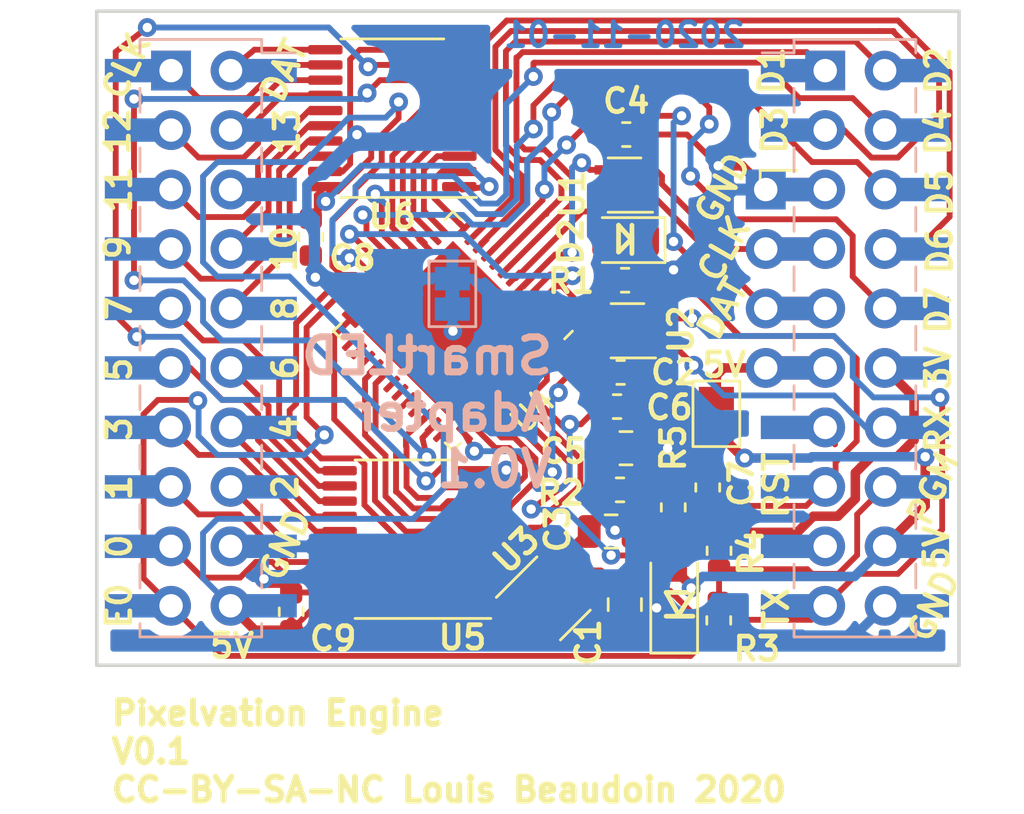
<source format=kicad_pcb>
(kicad_pcb (version 20171130) (host pcbnew "(5.1.6-0-10_14)")
  (layers (0 F.Cu signal) (31 B.Cu signal) (34 B.Paste user) (35 F.Paste user) (36 B.SilkS user) (37 F.SilkS user) (38 B.Mask user) (39 F.Mask user) (44 Edge.Cuts user))
  (net 0 "")
  (net 1 +5V)
  (net 2 GND)
  (net 3 +3V3)
  (net 4 /3V3A)
  (net 5 /RESET_3V)
  (net 6 /VEXT)
  (net 7 /TX)
  (net 8 /I2SIN_D1)
  (net 9 /I2SIN_D2)
  (net 10 /I2SIN_D3)
  (net 11 /I2SIN_D4)
  (net 12 /I2SIN_D5)
  (net 13 /I2SIN_D6)
  (net 14 /I2SIN_D7)
  (net 15 /APAIN_DAT)
  (net 16 /APAIN_CLK)
  (net 17 /GPIO0_3V)
  (net 18 /LED_00)
  (net 19 /LED_08)
  (net 20 /LED_01)
  (net 21 /LED_02)
  (net 22 /LED_09)
  (net 23 /LED_03)
  (net 24 /LED_11)
  (net 25 /LED_04)
  (net 26 /LED_12)
  (net 27 /LED_05)
  (net 28 /LED_13)
  (net 29 /LED_07)
  (net 30 /EXTRA_GPIO0)
  (net 31 /RX_5V)
  (net 32 /I2SIN_D0)
  (net 33 /RX_3V)
  (net 34 /I2SIN_CLK_3V)
  (net 35 "Net-(U3-Pad4)")
  (net 36 "Net-(U4-Pad2)")
  (net 37 /BUFFER_11)
  (net 38 /BUFFER_12)
  (net 39 /BUFFER_13)
  (net 40 /BUFFER_05)
  (net 41 /BUFFER_00)
  (net 42 /BUFFER_01)
  (net 43 "Net-(U4-Pad25)")
  (net 44 "Net-(U4-Pad26)")
  (net 45 "Net-(U4-Pad27)")
  (net 46 /BUFFER_03)
  (net 47 /BUFFER_04)
  (net 48 "Net-(U4-Pad30)")
  (net 49 "Net-(U4-Pad31)")
  (net 50 "Net-(U4-Pad32)")
  (net 51 "Net-(U4-Pad33)")
  (net 52 /BUFFER_02)
  (net 53 /BUFFER_07)
  (net 54 /BUFFER_09)
  (net 55 /BUFFER_08)
  (net 56 "Net-(U4-Pad44)")
  (net 57 "Net-(U4-Pad45)")
  (net 58 "Net-(U4-Pad47)")
  (net 59 "Net-(U4-Pad48)")
  (net 60 /LED_06)
  (net 61 /LED_10)
  (net 62 /BUFFER_10)
  (net 63 /BUFFER_06)
  (net 64 "Net-(J11-Pad5)")
  (net 65 /BUFFER_APAOUT_CLK)
  (net 66 /BUFFER_APAOUT_DAT)
  (net 67 /LED_APAOUT_CLK)
  (net 68 /LED_APAOUT_DAT)
  (net 69 "Net-(D2-Pad1)")
  (net 70 "Net-(R1-Pad1)")
  (net 71 "Net-(J15-Pad13)")
  (net 72 "Net-(J15-Pad17)")
  (net 73 "Net-(JP2-Pad1)")
  (net 74 "Net-(J1-Pad4)")
  (module Connector_PinHeader_2.54mm:PinHeader_1x04_P2.54mm_Vertical (layer F.Cu) (at 133.35 78.74)
    (fp_text reference J3 hide)
    (fp_text value Conn_01x04 hide)
    (pad 4 thru_hole oval (at 0 7.62) (size 1.7 1.7) (drill 1) (layers *.Cu *.Mask) (net 74 "Net-(J1-Pad4)"))
    (pad 3 thru_hole oval (at 0 5.08) (size 1.7 1.7) (drill 1) (layers *.Cu *.Mask) (net 15 /APAIN_DAT))
    (pad 2 thru_hole oval (at 0 2.54) (size 1.7 1.7) (drill 1) (layers *.Cu *.Mask) (net 16 /APAIN_CLK))
    (pad 1 thru_hole rect (at 0 0) (size 1.7 1.7) (drill 1) (layers *.Cu *.Mask) (net 2 GND))
  )
  (module Connector_Harwin:Harwin_M20-89004xx_1x04_P2.54mm_Horizontal (layer F.Cu) (at 140.2085 82.55)
    (fp_text reference J1 hide)
    (fp_text value Conn_01x04)
    (pad 4 smd rect (at -5.525 3.81) (size 2.5 1) (layers F.Cu F.Paste F.Mask) (net 74 "Net-(J1-Pad4)"))
    (pad 3 smd rect (at -5.525 1.27) (size 2.5 1) (layers F.Cu F.Paste F.Mask) (net 15 /APAIN_DAT))
    (pad 2 smd rect (at -5.525 -1.27) (size 2.5 1) (layers F.Cu F.Paste F.Mask) (net 16 /APAIN_CLK))
    (pad 1 smd rect (at -5.525 -3.81) (size 2.5 1) (layers F.Cu F.Paste F.Mask) (net 2 GND))
  )
  (module Package_DFN_QFN:QFN-48-1EP_7x7mm_P0.5mm_EP5.45x5.45mm (layer F.Cu) (at 119.9896 84.7852 225)
    (fp_text reference U4 (at 0 -4.82 45) (layer F.SilkS))
    (fp_text value ESP32-PICO-D4)
    (pad 49 smd rect (at 0 0 225) (size 5.45 5.45) (layers F.Cu F.Mask) (net 73 "Net-(JP2-Pad1)"))
    (pad 48 smd roundrect (at -2.75 -3.45 225) (size 0.25 0.85) (layers F.Cu F.Paste F.Mask) (net 59 "Net-(U4-Pad48)"))
    (pad 47 smd roundrect (at -2.25 -3.45 225) (size 0.25 0.85) (layers F.Cu F.Paste F.Mask) (net 58 "Net-(U4-Pad47)"))
    (pad 46 smd roundrect (at -1.75 -3.45 225) (size 0.25 0.85) (layers F.Cu F.Paste F.Mask) (net 4 /3V3A))
    (pad 45 smd roundrect (at -1.25 -3.45 225) (size 0.25 0.85) (layers F.Cu F.Paste F.Mask) (net 57 "Net-(U4-Pad45)"))
    (pad 44 smd roundrect (at -0.75 -3.45 225) (size 0.25 0.85) (layers F.Cu F.Paste F.Mask) (net 56 "Net-(U4-Pad44)"))
    (pad 43 smd roundrect (at -0.25 -3.45 225) (size 0.25 0.85) (layers F.Cu F.Paste F.Mask) (net 4 /3V3A))
    (pad 42 smd roundrect (at 0.25 -3.45 225) (size 0.25 0.85) (layers F.Cu F.Paste F.Mask) (net 41 /BUFFER_00))
    (pad 41 smd roundrect (at 0.75 -3.45 225) (size 0.25 0.85) (layers F.Cu F.Paste F.Mask) (net 7 /TX))
    (pad 40 smd roundrect (at 1.25 -3.45 225) (size 0.25 0.85) (layers F.Cu F.Paste F.Mask) (net 33 /RX_3V))
    (pad 39 smd roundrect (at 1.75 -3.45 225) (size 0.25 0.85) (layers F.Cu F.Paste F.Mask) (net 42 /BUFFER_01))
    (pad 38 smd roundrect (at 2.25 -3.45 225) (size 0.25 0.85) (layers F.Cu F.Paste F.Mask) (net 52 /BUFFER_02))
    (pad 37 smd roundrect (at 2.75 -3.45 225) (size 0.25 0.85) (layers F.Cu F.Paste F.Mask) (net 4 /3V3A))
    (pad 36 smd roundrect (at 3.45 -2.75 225) (size 0.85 0.25) (layers F.Cu F.Paste F.Mask) (net 66 /BUFFER_APAOUT_DAT))
    (pad 35 smd roundrect (at 3.45 -2.25 225) (size 0.85 0.25) (layers F.Cu F.Paste F.Mask) (net 65 /BUFFER_APAOUT_CLK))
    (pad 34 smd roundrect (at 3.45 -1.75 225) (size 0.85 0.25) (layers F.Cu F.Paste F.Mask) (net 53 /BUFFER_07))
    (pad 33 smd roundrect (at 3.45 -1.25 225) (size 0.85 0.25) (layers F.Cu F.Paste F.Mask) (net 51 "Net-(U4-Pad33)"))
    (pad 32 smd roundrect (at 3.45 -0.75 225) (size 0.85 0.25) (layers F.Cu F.Paste F.Mask) (net 50 "Net-(U4-Pad32)"))
    (pad 31 smd roundrect (at 3.45 -0.25 225) (size 0.85 0.25) (layers F.Cu F.Paste F.Mask) (net 49 "Net-(U4-Pad31)"))
    (pad 30 smd roundrect (at 3.45 0.25 225) (size 0.85 0.25) (layers F.Cu F.Paste F.Mask) (net 48 "Net-(U4-Pad30)"))
    (pad 29 smd roundrect (at 3.45 0.75 225) (size 0.85 0.25) (layers F.Cu F.Paste F.Mask) (net 63 /BUFFER_06))
    (pad 28 smd roundrect (at 3.45 1.25 225) (size 0.85 0.25) (layers F.Cu F.Paste F.Mask) (net 40 /BUFFER_05))
    (pad 27 smd roundrect (at 3.45 1.75 225) (size 0.85 0.25) (layers F.Cu F.Paste F.Mask) (net 45 "Net-(U4-Pad27)"))
    (pad 26 smd roundrect (at 3.45 2.25 225) (size 0.85 0.25) (layers F.Cu F.Paste F.Mask) (net 44 "Net-(U4-Pad26)"))
    (pad 25 smd roundrect (at 3.45 2.75 225) (size 0.85 0.25) (layers F.Cu F.Paste F.Mask) (net 43 "Net-(U4-Pad25)"))
    (pad 24 smd roundrect (at 2.75 3.45 225) (size 0.25 0.85) (layers F.Cu F.Paste F.Mask) (net 47 /BUFFER_04))
    (pad 23 smd roundrect (at 2.25 3.45 225) (size 0.25 0.85) (layers F.Cu F.Paste F.Mask) (net 30 /EXTRA_GPIO0))
    (pad 22 smd roundrect (at 1.75 3.45 225) (size 0.25 0.85) (layers F.Cu F.Paste F.Mask) (net 46 /BUFFER_03))
    (pad 21 smd roundrect (at 1.25 3.45 225) (size 0.25 0.85) (layers F.Cu F.Paste F.Mask) (net 39 /BUFFER_13))
    (pad 20 smd roundrect (at 0.75 3.45 225) (size 0.25 0.85) (layers F.Cu F.Paste F.Mask) (net 11 /I2SIN_D4))
    (pad 19 smd roundrect (at 0.25 3.45 225) (size 0.25 0.85) (layers F.Cu F.Paste F.Mask) (net 4 /3V3A))
    (pad 18 smd roundrect (at -0.25 3.45 225) (size 0.25 0.85) (layers F.Cu F.Paste F.Mask) (net 14 /I2SIN_D7))
    (pad 17 smd roundrect (at -0.75 3.45 225) (size 0.25 0.85) (layers F.Cu F.Paste F.Mask) (net 12 /I2SIN_D5))
    (pad 16 smd roundrect (at -1.25 3.45 225) (size 0.25 0.85) (layers F.Cu F.Paste F.Mask) (net 38 /BUFFER_12))
    (pad 15 smd roundrect (at -1.75 3.45 225) (size 0.25 0.85) (layers F.Cu F.Paste F.Mask) (net 37 /BUFFER_11))
    (pad 14 smd roundrect (at -2.25 3.45 225) (size 0.25 0.85) (layers F.Cu F.Paste F.Mask) (net 62 /BUFFER_10))
    (pad 13 smd roundrect (at -2.75 3.45 225) (size 0.25 0.85) (layers F.Cu F.Paste F.Mask) (net 54 /BUFFER_09))
    (pad 12 smd roundrect (at -3.45 2.75 225) (size 0.85 0.25) (layers F.Cu F.Paste F.Mask) (net 55 /BUFFER_08))
    (pad 11 smd roundrect (at -3.45 2.25 225) (size 0.85 0.25) (layers F.Cu F.Paste F.Mask) (net 13 /I2SIN_D6))
    (pad 10 smd roundrect (at -3.45 1.75 225) (size 0.85 0.25) (layers F.Cu F.Paste F.Mask) (net 10 /I2SIN_D3))
    (pad 9 smd roundrect (at -3.45 1.25 225) (size 0.85 0.25) (layers F.Cu F.Paste F.Mask) (net 5 /RESET_3V))
    (pad 8 smd roundrect (at -3.45 0.75 225) (size 0.85 0.25) (layers F.Cu F.Paste F.Mask) (net 9 /I2SIN_D2))
    (pad 7 smd roundrect (at -3.45 0.25 225) (size 0.85 0.25) (layers F.Cu F.Paste F.Mask) (net 8 /I2SIN_D1))
    (pad 6 smd roundrect (at -3.45 -0.25 225) (size 0.85 0.25) (layers F.Cu F.Paste F.Mask) (net 32 /I2SIN_D0))
    (pad 5 smd roundrect (at -3.45 -0.75 225) (size 0.85 0.25) (layers F.Cu F.Paste F.Mask) (net 34 /I2SIN_CLK_3V))
    (pad 4 smd roundrect (at -3.45 -1.25 225) (size 0.85 0.25) (layers F.Cu F.Paste F.Mask) (net 4 /3V3A))
    (pad 3 smd roundrect (at -3.45 -1.75 225) (size 0.85 0.25) (layers F.Cu F.Paste F.Mask) (net 4 /3V3A))
    (pad 2 smd roundrect (at -3.45 -2.25 225) (size 0.85 0.25) (layers F.Cu F.Paste F.Mask) (net 36 "Net-(U4-Pad2)"))
    (pad 1 smd roundrect (at -3.45 -2.75 225) (size 0.85 0.25) (layers F.Cu F.Paste F.Mask) (net 4 /3V3A))
  )
  (module Connector_PinHeader_2.54mm:PinHeader_2x10_P2.54mm_Vertical (layer F.Cu) (at 107.95 73.66)
    (fp_text reference J6 hide)
    (fp_text value Conn_02x10_Odd_Even)
    (pad 1 thru_hole rect (at 0 0) (size 1.7 1.7) (drill 1) (layers *.Cu *.Mask) (net 67 /LED_APAOUT_CLK))
    (pad 2 thru_hole oval (at 2.54 0) (size 1.7 1.7) (drill 1) (layers *.Cu *.Mask) (net 68 /LED_APAOUT_DAT))
    (pad 3 thru_hole oval (at 0 2.54) (size 1.7 1.7) (drill 1) (layers *.Cu *.Mask) (net 26 /LED_12))
    (pad 4 thru_hole oval (at 2.54 2.54) (size 1.7 1.7) (drill 1) (layers *.Cu *.Mask) (net 28 /LED_13))
    (pad 5 thru_hole oval (at 0 5.08) (size 1.7 1.7) (drill 1) (layers *.Cu *.Mask) (net 24 /LED_11))
    (pad 6 thru_hole oval (at 2.54 5.08) (size 1.7 1.7) (drill 1) (layers *.Cu *.Mask) (net 64 "Net-(J11-Pad5)"))
    (pad 7 thru_hole oval (at 0 7.62) (size 1.7 1.7) (drill 1) (layers *.Cu *.Mask) (net 22 /LED_09))
    (pad 8 thru_hole oval (at 2.54 7.62) (size 1.7 1.7) (drill 1) (layers *.Cu *.Mask) (net 61 /LED_10))
    (pad 9 thru_hole oval (at 0 10.16) (size 1.7 1.7) (drill 1) (layers *.Cu *.Mask) (net 29 /LED_07))
    (pad 10 thru_hole oval (at 2.54 10.16) (size 1.7 1.7) (drill 1) (layers *.Cu *.Mask) (net 19 /LED_08))
    (pad 11 thru_hole oval (at 0 12.7) (size 1.7 1.7) (drill 1) (layers *.Cu *.Mask) (net 27 /LED_05))
    (pad 12 thru_hole oval (at 2.54 12.7) (size 1.7 1.7) (drill 1) (layers *.Cu *.Mask) (net 60 /LED_06))
    (pad 13 thru_hole oval (at 0 15.24) (size 1.7 1.7) (drill 1) (layers *.Cu *.Mask) (net 23 /LED_03))
    (pad 14 thru_hole oval (at 2.54 15.24) (size 1.7 1.7) (drill 1) (layers *.Cu *.Mask) (net 25 /LED_04))
    (pad 15 thru_hole oval (at 0 17.78) (size 1.7 1.7) (drill 1) (layers *.Cu *.Mask) (net 20 /LED_01))
    (pad 16 thru_hole oval (at 2.54 17.78) (size 1.7 1.7) (drill 1) (layers *.Cu *.Mask) (net 21 /LED_02))
    (pad 17 thru_hole oval (at 0 20.32) (size 1.7 1.7) (drill 1) (layers *.Cu *.Mask) (net 18 /LED_00))
    (pad 18 thru_hole oval (at 2.54 20.32) (size 1.7 1.7) (drill 1) (layers *.Cu *.Mask) (net 2 GND))
    (pad 19 thru_hole oval (at 0 22.86) (size 1.7 1.7) (drill 1) (layers *.Cu *.Mask) (net 30 /EXTRA_GPIO0))
    (pad 20 thru_hole oval (at 2.54 22.86) (size 1.7 1.7) (drill 1) (layers *.Cu *.Mask) (net 1 +5V))
  )
  (module Connector_PinSocket_2.54mm:PinSocket_2x10_P2.54mm_Vertical (layer B.Cu) (at 135.89 73.66 180)
    (fp_text reference J16 hide)
    (fp_text value Conn_02x10_Odd_Even hide)
    (pad 20 thru_hole oval (at -2.54 -22.86 180) (size 1.7 1.7) (drill 1) (layers *.Cu *.Mask) (net 2 GND))
    (pad 19 thru_hole oval (at 0 -22.86 180) (size 1.7 1.7) (drill 1) (layers *.Cu *.Mask) (net 7 /TX))
    (pad 18 thru_hole oval (at -2.54 -20.32 180) (size 1.7 1.7) (drill 1) (layers *.Cu *.Mask) (net 6 /VEXT))
    (pad 17 thru_hole oval (at 0 -20.32 180) (size 1.7 1.7) (drill 1) (layers *.Cu *.Mask) (net 72 "Net-(J15-Pad17)"))
    (pad 16 thru_hole oval (at -2.54 -17.78 180) (size 1.7 1.7) (drill 1) (layers *.Cu *.Mask) (net 17 /GPIO0_3V))
    (pad 15 thru_hole oval (at 0 -17.78 180) (size 1.7 1.7) (drill 1) (layers *.Cu *.Mask) (net 5 /RESET_3V))
    (pad 14 thru_hole oval (at -2.54 -15.24 180) (size 1.7 1.7) (drill 1) (layers *.Cu *.Mask) (net 31 /RX_5V))
    (pad 13 thru_hole oval (at 0 -15.24 180) (size 1.7 1.7) (drill 1) (layers *.Cu *.Mask) (net 71 "Net-(J15-Pad13)"))
    (pad 12 thru_hole oval (at -2.54 -12.7 180) (size 1.7 1.7) (drill 1) (layers *.Cu *.Mask) (net 3 +3V3))
    (pad 11 thru_hole oval (at 0 -12.7 180) (size 1.7 1.7) (drill 1) (layers *.Cu *.Mask) (net 74 "Net-(J1-Pad4)"))
    (pad 10 thru_hole oval (at -2.54 -10.16 180) (size 1.7 1.7) (drill 1) (layers *.Cu *.Mask) (net 14 /I2SIN_D7))
    (pad 9 thru_hole oval (at 0 -10.16 180) (size 1.7 1.7) (drill 1) (layers *.Cu *.Mask) (net 15 /APAIN_DAT))
    (pad 8 thru_hole oval (at -2.54 -7.62 180) (size 1.7 1.7) (drill 1) (layers *.Cu *.Mask) (net 13 /I2SIN_D6))
    (pad 7 thru_hole oval (at 0 -7.62 180) (size 1.7 1.7) (drill 1) (layers *.Cu *.Mask) (net 16 /APAIN_CLK))
    (pad 6 thru_hole oval (at -2.54 -5.08 180) (size 1.7 1.7) (drill 1) (layers *.Cu *.Mask) (net 12 /I2SIN_D5))
    (pad 5 thru_hole oval (at 0 -5.08 180) (size 1.7 1.7) (drill 1) (layers *.Cu *.Mask) (net 2 GND))
    (pad 4 thru_hole oval (at -2.54 -2.54 180) (size 1.7 1.7) (drill 1) (layers *.Cu *.Mask) (net 11 /I2SIN_D4))
    (pad 3 thru_hole oval (at 0 -2.54 180) (size 1.7 1.7) (drill 1) (layers *.Cu *.Mask) (net 10 /I2SIN_D3))
    (pad 2 thru_hole oval (at -2.54 0 180) (size 1.7 1.7) (drill 1) (layers *.Cu *.Mask) (net 9 /I2SIN_D2))
    (pad 1 thru_hole rect (at 0 0 180) (size 1.7 1.7) (drill 1) (layers *.Cu *.Mask) (net 8 /I2SIN_D1))
  )
  (module Jumper:SolderJumper-2_P1.3mm_Bridged_Pad1.0x1.5mm (layer B.Cu) (at 119.9642 83.1954 90)
    (fp_text reference JP2 hide)
    (fp_text value SolderJumper_2_Bridged hide)
    (fp_poly (pts (xy -0.25 0.3) (xy 0.25 0.3) (xy 0.25 -0.3) (xy -0.25 -0.3)) (layer B.Cu) (width 0))
    (pad 2 smd rect (at 0.65 0 90) (size 1 1.5) (layers B.Cu B.Mask) (net 2 GND))
    (pad 1 smd rect (at -0.65 0 90) (size 1 1.5) (layers B.Cu B.Mask) (net 73 "Net-(JP2-Pad1)"))
  )
  (module Package_TO_SOT_SMD:SOT-23-5 (layer F.Cu) (at 124.079 96.2025 45)
    (fp_text reference U3 (at 0.475954 -2.433649 225) (layer F.SilkS) (effects (font (thickness 0.2032))))
    (fp_text value AP2112K-3.3)
    (pad 1 smd rect (at -1.1 -0.95 45) (size 1.06 0.65) (layers F.Cu F.Paste F.Mask) (net 1 +5V))
    (pad 2 smd rect (at -1.1 0 45) (size 1.06 0.65) (layers F.Cu F.Paste F.Mask) (net 2 GND))
    (pad 3 smd rect (at -1.1 0.95 45) (size 1.06 0.65) (layers F.Cu F.Paste F.Mask) (net 1 +5V))
    (pad 4 smd rect (at 1.1 0.95 45) (size 1.06 0.65) (layers F.Cu F.Paste F.Mask) (net 35 "Net-(U3-Pad4)"))
    (pad 5 smd rect (at 1.1 -0.95 45) (size 1.06 0.65) (layers F.Cu F.Paste F.Mask) (net 3 +3V3))
  )
  (module Resistor_SMD:R_0603_1608Metric (layer F.Cu) (at 127.343 82.6135)
    (fp_text reference R1 (at -2.3115 0.0381) (layer F.SilkS) (effects (font (thickness 0.2032))))
    (fp_text value 1k)
    (pad 1 smd roundrect (at -0.7875 0) (size 0.875 0.95) (layers F.Cu F.Paste F.Mask) (net 70 "Net-(R1-Pad1)"))
    (pad 2 smd roundrect (at 0.7875 0) (size 0.875 0.95) (layers F.Cu F.Paste F.Mask) (net 69 "Net-(D2-Pad1)"))
  )
  (module Package_TO_SOT_SMD:SOT-363_SC-70-6 (layer F.Cu) (at 127.3175 78.5495 180)
    (fp_text reference U1 (at 2.2225 -0.381 90) (layer F.SilkS) (effects (font (thickness 0.2032))))
    (fp_text value 74LVC2G17)
    (pad 6 smd rect (at 0.95 -0.65 180) (size 0.65 0.4) (layers F.Cu F.Paste F.Mask) (net 32 /I2SIN_D0))
    (pad 4 smd rect (at 0.95 0.65 180) (size 0.65 0.4) (layers F.Cu F.Paste F.Mask) (net 34 /I2SIN_CLK_3V))
    (pad 2 smd rect (at -0.95 0 180) (size 0.65 0.4) (layers F.Cu F.Paste F.Mask) (net 2 GND))
    (pad 5 smd rect (at 0.95 0 180) (size 0.65 0.4) (layers F.Cu F.Paste F.Mask) (net 3 +3V3))
    (pad 3 smd rect (at -0.95 0.65 180) (size 0.65 0.4) (layers F.Cu F.Paste F.Mask) (net 16 /APAIN_CLK))
    (pad 1 smd rect (at -0.95 -0.65 180) (size 0.65 0.4) (layers F.Cu F.Paste F.Mask) (net 15 /APAIN_DAT))
  )
  (module LED_SMD:LED_0805_2012Metric (layer F.Cu) (at 127.366 80.899 180)
    (fp_text reference D2 (at 2.3345 -0.0635 270) (layer F.SilkS) (effects (font (thickness 0.2032))))
    (fp_text value LED)
    (pad 2 smd roundrect (at 0.9375 0 180) (size 0.975 1.4) (layers F.Cu F.Paste F.Mask) (net 3 +3V3))
    (pad 1 smd roundrect (at -0.9375 0 180) (size 0.975 1.4) (layers F.Cu F.Paste F.Mask) (net 69 "Net-(D2-Pad1)"))
  )
  (module Connector_PinSocket_2.54mm:PinSocket_2x10_P2.54mm_Vertical_SMD (layer B.Cu) (at 137.16 85.09 180)
    (fp_text reference J15 hide)
    (fp_text value Conn_02x10_Odd_Even hide)
    (pad 20 smd rect (at -2.52 -11.43 180) (size 3 1) (layers B.Cu B.Paste B.Mask) (net 2 GND))
    (pad 19 smd rect (at 2.52 -11.43 180) (size 3 1) (layers B.Cu B.Paste B.Mask) (net 7 /TX))
    (pad 18 smd rect (at -2.52 -8.89 180) (size 3 1) (layers B.Cu B.Paste B.Mask) (net 6 /VEXT))
    (pad 17 smd rect (at 2.52 -8.89 180) (size 3 1) (layers B.Cu B.Paste B.Mask) (net 72 "Net-(J15-Pad17)"))
    (pad 16 smd rect (at -2.52 -6.35 180) (size 3 1) (layers B.Cu B.Paste B.Mask) (net 17 /GPIO0_3V))
    (pad 15 smd rect (at 2.52 -6.35 180) (size 3 1) (layers B.Cu B.Paste B.Mask) (net 5 /RESET_3V))
    (pad 14 smd rect (at -2.52 -3.81 180) (size 3 1) (layers B.Cu B.Paste B.Mask) (net 31 /RX_5V))
    (pad 13 smd rect (at 2.52 -3.81 180) (size 3 1) (layers B.Cu B.Paste B.Mask) (net 71 "Net-(J15-Pad13)"))
    (pad 12 smd rect (at -2.52 -1.27 180) (size 3 1) (layers B.Cu B.Paste B.Mask) (net 3 +3V3))
    (pad 11 smd rect (at 2.52 -1.27 180) (size 3 1) (layers B.Cu B.Paste B.Mask) (net 74 "Net-(J1-Pad4)"))
    (pad 10 smd rect (at -2.52 1.27 180) (size 3 1) (layers B.Cu B.Paste B.Mask) (net 14 /I2SIN_D7))
    (pad 9 smd rect (at 2.52 1.27 180) (size 3 1) (layers B.Cu B.Paste B.Mask) (net 15 /APAIN_DAT))
    (pad 8 smd rect (at -2.52 3.81 180) (size 3 1) (layers B.Cu B.Paste B.Mask) (net 13 /I2SIN_D6))
    (pad 7 smd rect (at 2.52 3.81 180) (size 3 1) (layers B.Cu B.Paste B.Mask) (net 16 /APAIN_CLK))
    (pad 6 smd rect (at -2.52 6.35 180) (size 3 1) (layers B.Cu B.Paste B.Mask) (net 12 /I2SIN_D5))
    (pad 5 smd rect (at 2.52 6.35 180) (size 3 1) (layers B.Cu B.Paste B.Mask) (net 2 GND))
    (pad 4 smd rect (at -2.52 8.89 180) (size 3 1) (layers B.Cu B.Paste B.Mask) (net 11 /I2SIN_D4))
    (pad 3 smd rect (at 2.52 8.89 180) (size 3 1) (layers B.Cu B.Paste B.Mask) (net 10 /I2SIN_D3))
    (pad 2 smd rect (at -2.52 11.43 180) (size 3 1) (layers B.Cu B.Paste B.Mask) (net 9 /I2SIN_D2))
    (pad 1 smd rect (at 2.52 11.43 180) (size 3 1) (layers B.Cu B.Paste B.Mask) (net 8 /I2SIN_D1))
  )
  (module Connector_PinHeader_2.54mm:PinHeader_2x10_P2.54mm_Vertical_SMD (layer B.Cu) (at 109.22 85.09 180)
    (fp_text reference J11 hide)
    (fp_text value Conn_02x10_Odd_Even)
    (pad 20 smd rect (at 2.525 -11.43 180) (size 3.15 1) (layers B.Cu B.Paste B.Mask) (net 30 /EXTRA_GPIO0))
    (pad 19 smd rect (at -2.525 -11.43 180) (size 3.15 1) (layers B.Cu B.Paste B.Mask) (net 1 +5V))
    (pad 18 smd rect (at 2.525 -8.89 180) (size 3.15 1) (layers B.Cu B.Paste B.Mask) (net 18 /LED_00))
    (pad 17 smd rect (at -2.525 -8.89 180) (size 3.15 1) (layers B.Cu B.Paste B.Mask) (net 2 GND))
    (pad 16 smd rect (at 2.525 -6.35 180) (size 3.15 1) (layers B.Cu B.Paste B.Mask) (net 20 /LED_01))
    (pad 15 smd rect (at -2.525 -6.35 180) (size 3.15 1) (layers B.Cu B.Paste B.Mask) (net 21 /LED_02))
    (pad 14 smd rect (at 2.525 -3.81 180) (size 3.15 1) (layers B.Cu B.Paste B.Mask) (net 23 /LED_03))
    (pad 13 smd rect (at -2.525 -3.81 180) (size 3.15 1) (layers B.Cu B.Paste B.Mask) (net 25 /LED_04))
    (pad 12 smd rect (at 2.525 -1.27 180) (size 3.15 1) (layers B.Cu B.Paste B.Mask) (net 27 /LED_05))
    (pad 11 smd rect (at -2.525 -1.27 180) (size 3.15 1) (layers B.Cu B.Paste B.Mask) (net 60 /LED_06))
    (pad 10 smd rect (at 2.525 1.27 180) (size 3.15 1) (layers B.Cu B.Paste B.Mask) (net 29 /LED_07))
    (pad 9 smd rect (at -2.525 1.27 180) (size 3.15 1) (layers B.Cu B.Paste B.Mask) (net 19 /LED_08))
    (pad 8 smd rect (at 2.525 3.81 180) (size 3.15 1) (layers B.Cu B.Paste B.Mask) (net 22 /LED_09))
    (pad 7 smd rect (at -2.525 3.81 180) (size 3.15 1) (layers B.Cu B.Paste B.Mask) (net 61 /LED_10))
    (pad 6 smd rect (at 2.525 6.35 180) (size 3.15 1) (layers B.Cu B.Paste B.Mask) (net 24 /LED_11))
    (pad 5 smd rect (at -2.525 6.35 180) (size 3.15 1) (layers B.Cu B.Paste B.Mask) (net 64 "Net-(J11-Pad5)"))
    (pad 4 smd rect (at 2.525 8.89 180) (size 3.15 1) (layers B.Cu B.Paste B.Mask) (net 26 /LED_12))
    (pad 3 smd rect (at -2.525 8.89 180) (size 3.15 1) (layers B.Cu B.Paste B.Mask) (net 28 /LED_13))
    (pad 2 smd rect (at 2.525 11.43 180) (size 3.15 1) (layers B.Cu B.Paste B.Mask) (net 67 /LED_APAOUT_CLK))
    (pad 1 smd rect (at -2.525 11.43 180) (size 3.15 1) (layers B.Cu B.Paste B.Mask) (net 68 /LED_APAOUT_DAT))
  )
  (module Package_SO:TSSOP-20_4.4x6.5mm_P0.65mm (layer F.Cu) (at 117.3988 75.692 180)
    (fp_text reference U6 (at 0 -4.2) (layer F.SilkS) (effects (font (thickness 0.2032))))
    (fp_text value 74HC245)
    (pad 20 smd roundrect (at 2.8625 -2.925 180) (size 1.475 0.4) (layers F.Cu F.Paste F.Mask) (net 1 +5V))
    (pad 19 smd roundrect (at 2.8625 -2.275 180) (size 1.475 0.4) (layers F.Cu F.Paste F.Mask) (net 2 GND))
    (pad 18 smd roundrect (at 2.8625 -1.625 180) (size 1.475 0.4) (layers F.Cu F.Paste F.Mask) (net 19 /LED_08))
    (pad 17 smd roundrect (at 2.8625 -0.975 180) (size 1.475 0.4) (layers F.Cu F.Paste F.Mask) (net 22 /LED_09))
    (pad 16 smd roundrect (at 2.8625 -0.325 180) (size 1.475 0.4) (layers F.Cu F.Paste F.Mask) (net 61 /LED_10))
    (pad 15 smd roundrect (at 2.8625 0.325 180) (size 1.475 0.4) (layers F.Cu F.Paste F.Mask) (net 24 /LED_11))
    (pad 14 smd roundrect (at 2.8625 0.975 180) (size 1.475 0.4) (layers F.Cu F.Paste F.Mask) (net 26 /LED_12))
    (pad 13 smd roundrect (at 2.8625 1.625 180) (size 1.475 0.4) (layers F.Cu F.Paste F.Mask) (net 28 /LED_13))
    (pad 12 smd roundrect (at 2.8625 2.275 180) (size 1.475 0.4) (layers F.Cu F.Paste F.Mask) (net 67 /LED_APAOUT_CLK))
    (pad 11 smd roundrect (at 2.8625 2.925 180) (size 1.475 0.4) (layers F.Cu F.Paste F.Mask) (net 68 /LED_APAOUT_DAT))
    (pad 10 smd roundrect (at -2.8625 2.925 180) (size 1.475 0.4) (layers F.Cu F.Paste F.Mask) (net 2 GND))
    (pad 9 smd roundrect (at -2.8625 2.275 180) (size 1.475 0.4) (layers F.Cu F.Paste F.Mask) (net 66 /BUFFER_APAOUT_DAT))
    (pad 8 smd roundrect (at -2.8625 1.625 180) (size 1.475 0.4) (layers F.Cu F.Paste F.Mask) (net 65 /BUFFER_APAOUT_CLK))
    (pad 7 smd roundrect (at -2.8625 0.975 180) (size 1.475 0.4) (layers F.Cu F.Paste F.Mask) (net 39 /BUFFER_13))
    (pad 6 smd roundrect (at -2.8625 0.325 180) (size 1.475 0.4) (layers F.Cu F.Paste F.Mask) (net 38 /BUFFER_12))
    (pad 5 smd roundrect (at -2.8625 -0.325 180) (size 1.475 0.4) (layers F.Cu F.Paste F.Mask) (net 37 /BUFFER_11))
    (pad 4 smd roundrect (at -2.8625 -0.975 180) (size 1.475 0.4) (layers F.Cu F.Paste F.Mask) (net 62 /BUFFER_10))
    (pad 3 smd roundrect (at -2.8625 -1.625 180) (size 1.475 0.4) (layers F.Cu F.Paste F.Mask) (net 54 /BUFFER_09))
    (pad 2 smd roundrect (at -2.8625 -2.275 180) (size 1.475 0.4) (layers F.Cu F.Paste F.Mask) (net 55 /BUFFER_08))
    (pad 1 smd roundrect (at -2.8625 -2.925 180) (size 1.475 0.4) (layers F.Cu F.Paste F.Mask) (net 1 +5V))
  )
  (module Capacitor_SMD:C_0805_2012Metric (layer F.Cu) (at 127.3302 96.4692 90)
    (fp_text reference C1 (at -1.6129 -1.5621 270) (layer F.SilkS) (effects (font (thickness 0.2032))))
    (fp_text value 10uF)
    (pad 1 smd roundrect (at -0.9375 0 90) (size 0.975 1.4) (layers F.Cu F.Paste F.Mask) (net 1 +5V))
    (pad 2 smd roundrect (at 0.9375 0 90) (size 0.975 1.4) (layers F.Cu F.Paste F.Mask) (net 2 GND))
  )
  (module Capacitor_SMD:C_0603_1608Metric (layer F.Cu) (at 127.1525 86.5505)
    (fp_text reference C2 (at 2.286 0) (layer F.SilkS) (effects (font (thickness 0.2032))))
    (fp_text value 0.1uF)
    (pad 2 smd roundrect (at 0.7875 0) (size 0.875 0.95) (layers F.Cu F.Paste F.Mask) (net 2 GND))
    (pad 1 smd roundrect (at -0.7875 0) (size 0.875 0.95) (layers F.Cu F.Paste F.Mask) (net 3 +3V3))
  )
  (module Capacitor_SMD:C_0805_2012Metric (layer F.Cu) (at 126.746 93.345)
    (fp_text reference C3 (at -2.286 -0.1016 90) (layer F.SilkS) (effects (font (thickness 0.2032))))
    (fp_text value 10uF)
    (pad 2 smd roundrect (at 0.9375 0) (size 0.975 1.4) (layers F.Cu F.Paste F.Mask) (net 2 GND))
    (pad 1 smd roundrect (at -0.9375 0) (size 0.975 1.4) (layers F.Cu F.Paste F.Mask) (net 3 +3V3))
  )
  (module Capacitor_SMD:C_0603_1608Metric (layer F.Cu) (at 127.3937 76.3905)
    (fp_text reference C4 (at 0 -1.43) (layer F.SilkS) (effects (font (thickness 0.2032))))
    (fp_text value 0.1uF)
    (pad 1 smd roundrect (at -0.7875 0) (size 0.875 0.95) (layers F.Cu F.Paste F.Mask) (net 3 +3V3))
    (pad 2 smd roundrect (at 0.7875 0) (size 0.875 0.95) (layers F.Cu F.Paste F.Mask) (net 2 GND))
  )
  (module Capacitor_SMD:C_0805_2012Metric (layer F.Cu) (at 127.381 89.789)
    (fp_text reference C5 (at -2.667 0.127) (layer F.SilkS) (effects (font (thickness 0.2032))))
    (fp_text value 10uF)
    (pad 1 smd roundrect (at -0.9375 0) (size 0.975 1.4) (layers F.Cu F.Paste F.Mask) (net 4 /3V3A))
    (pad 2 smd roundrect (at 0.9375 0) (size 0.975 1.4) (layers F.Cu F.Paste F.Mask) (net 2 GND))
  )
  (module Capacitor_SMD:C_0603_1608Metric (layer F.Cu) (at 127 88.011)
    (fp_text reference C6 (at 2.2352 0.0381) (layer F.SilkS) (effects (font (thickness 0.2032))))
    (fp_text value 0.1uF)
    (pad 1 smd roundrect (at -0.7875 0) (size 0.875 0.95) (layers F.Cu F.Paste F.Mask) (net 4 /3V3A))
    (pad 2 smd roundrect (at 0.7875 0) (size 0.875 0.95) (layers F.Cu F.Paste F.Mask) (net 2 GND))
  )
  (module Capacitor_SMD:C_0603_1608Metric (layer F.Cu) (at 130.8735 91.4653 90)
    (fp_text reference C7 (at 0.165 1.4351 90) (layer F.SilkS) (effects (font (thickness 0.2032))))
    (fp_text value 0.1uF)
    (pad 2 smd roundrect (at 0.7875 0 90) (size 0.875 0.95) (layers F.Cu F.Paste F.Mask) (net 2 GND))
    (pad 1 smd roundrect (at -0.7875 0 90) (size 0.875 0.95) (layers F.Cu F.Paste F.Mask) (net 5 /RESET_3V))
  )
  (module Capacitor_SMD:C_0603_1608Metric (layer F.Cu) (at 113.919 80.772 270)
    (fp_text reference C8 (at 0.889 -1.778 180) (layer F.SilkS) (effects (font (thickness 0.2032))))
    (fp_text value 0.1uF)
    (pad 1 smd roundrect (at -0.7875 0 270) (size 0.875 0.95) (layers F.Cu F.Paste F.Mask) (net 1 +5V))
    (pad 2 smd roundrect (at 0.7875 0 270) (size 0.875 0.95) (layers F.Cu F.Paste F.Mask) (net 2 GND))
  )
  (module Capacitor_SMD:C_0603_1608Metric (layer F.Cu) (at 113.0808 96.774 90)
    (fp_text reference C9 (at -1.143 1.7907) (layer F.SilkS) (effects (font (thickness 0.2032))))
    (fp_text value 0.1uF)
    (pad 2 smd roundrect (at 0.7875 0 90) (size 0.875 0.95) (layers F.Cu F.Paste F.Mask) (net 2 GND))
    (pad 1 smd roundrect (at -0.7875 0 90) (size 0.875 0.95) (layers F.Cu F.Paste F.Mask) (net 1 +5V))
  )
  (module Diode_SMD:D_SOD-123F (layer F.Cu) (at 129.4384 96.3422 90)
    (fp_text reference D1 hide)
    (fp_text value D)
    (pad 1 smd rect (at -1.4 0 90) (size 1.1 1.1) (layers F.Cu F.Paste F.Mask) (net 1 +5V))
    (pad 2 smd rect (at 1.4 0 90) (size 1.1 1.1) (layers F.Cu F.Paste F.Mask) (net 6 /VEXT))
  )
  (module Jumper:SolderJumper-2_P1.3mm_Bridged_Pad1.0x1.5mm (layer F.Cu) (at 131.2418 88.3181 270)
    (fp_text reference JP1 hide)
    (fp_text value SolderJumper_2_Bridged hide)
    (fp_poly (pts (xy -0.25 -0.3) (xy 0.25 -0.3) (xy 0.25 0.3) (xy -0.25 0.3)) (layer F.Cu) (width 0))
    (pad 2 smd rect (at 0.65 0 270) (size 1 1.5) (layers F.Cu F.Mask) (net 6 /VEXT))
    (pad 1 smd rect (at -0.65 0 270) (size 1 1.5) (layers F.Cu F.Mask) (net 74 "Net-(J1-Pad4)"))
  )
  (module Resistor_SMD:R_0603_1608Metric (layer F.Cu) (at 127.127 91.567)
    (fp_text reference R2 (at -2.54 0.127) (layer F.SilkS) (effects (font (thickness 0.2032))))
    (fp_text value 0)
    (pad 2 smd roundrect (at 0.7875 0) (size 0.875 0.95) (layers F.Cu F.Paste F.Mask) (net 3 +3V3))
    (pad 1 smd roundrect (at -0.7875 0) (size 0.875 0.95) (layers F.Cu F.Paste F.Mask) (net 4 /3V3A))
  )
  (module Resistor_SMD:R_0603_1608Metric (layer F.Cu) (at 131.3434 97.1423 270)
    (fp_text reference R3 (at 1.2192 -1.6256) (layer F.SilkS) (effects (font (thickness 0.2032))))
    (fp_text value 100)
    (pad 1 smd roundrect (at -0.7875 0 270) (size 0.875 0.95) (layers F.Cu F.Paste F.Mask) (net 17 /GPIO0_3V))
    (pad 2 smd roundrect (at 0.7875 0 270) (size 0.875 0.95) (layers F.Cu F.Paste F.Mask) (net 30 /EXTRA_GPIO0))
  )
  (module Resistor_SMD:R_0603_1608Metric (layer F.Cu) (at 131.3561 94.1706 90)
    (fp_text reference R4 (at -0.0634 1.3589 90) (layer F.SilkS) (effects (font (thickness 0.2032))))
    (fp_text value 10k)
    (pad 1 smd roundrect (at -0.7875 0 90) (size 0.875 0.95) (layers F.Cu F.Paste F.Mask) (net 17 /GPIO0_3V))
    (pad 2 smd roundrect (at 0.7875 0 90) (size 0.875 0.95) (layers F.Cu F.Paste F.Mask) (net 3 +3V3))
  )
  (module Resistor_SMD:R_0603_1608Metric (layer F.Cu) (at 129.4003 92.3162 270)
    (fp_text reference R5 (at -2.54 0 90) (layer F.SilkS) (effects (font (thickness 0.2032))))
    (fp_text value 10k)
    (pad 2 smd roundrect (at 0.7875 0 270) (size 0.875 0.95) (layers F.Cu F.Paste F.Mask) (net 3 +3V3))
    (pad 1 smd roundrect (at -0.7875 0 270) (size 0.875 0.95) (layers F.Cu F.Paste F.Mask) (net 5 /RESET_3V))
  )
  (module Package_TO_SOT_SMD:SOT-363_SC-70-6 (layer F.Cu) (at 127.4445 84.7725 180)
    (fp_text reference U2 (at -2.286 0.0635 90) (layer F.SilkS) (effects (font (thickness 0.2032))))
    (fp_text value 74LVC2G17)
    (pad 1 smd rect (at -0.95 -0.65 180) (size 0.65 0.4) (layers F.Cu F.Paste F.Mask) (net 31 /RX_5V))
    (pad 3 smd rect (at -0.95 0.65 180) (size 0.65 0.4) (layers F.Cu F.Paste F.Mask) (net 7 /TX))
    (pad 5 smd rect (at 0.95 0 180) (size 0.65 0.4) (layers F.Cu F.Paste F.Mask) (net 3 +3V3))
    (pad 2 smd rect (at -0.95 0 180) (size 0.65 0.4) (layers F.Cu F.Paste F.Mask) (net 2 GND))
    (pad 4 smd rect (at 0.95 0.65 180) (size 0.65 0.4) (layers F.Cu F.Paste F.Mask) (net 70 "Net-(R1-Pad1)"))
    (pad 6 smd rect (at 0.95 -0.65 180) (size 0.65 0.4) (layers F.Cu F.Paste F.Mask) (net 33 /RX_3V))
  )
  (module Package_SO:TSSOP-20_4.4x6.5mm_P0.65mm (layer F.Cu) (at 118.0084 93.6752 180)
    (fp_text reference U5 (at -2.3876 -4.2) (layer F.SilkS) (effects (font (thickness 0.2032))))
    (fp_text value 74HC245)
    (pad 20 smd roundrect (at 2.8625 -2.925 180) (size 1.475 0.4) (layers F.Cu F.Paste F.Mask) (net 1 +5V))
    (pad 19 smd roundrect (at 2.8625 -2.275 180) (size 1.475 0.4) (layers F.Cu F.Paste F.Mask) (net 2 GND))
    (pad 18 smd roundrect (at 2.8625 -1.625 180) (size 1.475 0.4) (layers F.Cu F.Paste F.Mask) (net 18 /LED_00))
    (pad 17 smd roundrect (at 2.8625 -0.975 180) (size 1.475 0.4) (layers F.Cu F.Paste F.Mask) (net 20 /LED_01))
    (pad 16 smd roundrect (at 2.8625 -0.325 180) (size 1.475 0.4) (layers F.Cu F.Paste F.Mask) (net 21 /LED_02))
    (pad 15 smd roundrect (at 2.8625 0.325 180) (size 1.475 0.4) (layers F.Cu F.Paste F.Mask) (net 23 /LED_03))
    (pad 14 smd roundrect (at 2.8625 0.975 180) (size 1.475 0.4) (layers F.Cu F.Paste F.Mask) (net 25 /LED_04))
    (pad 13 smd roundrect (at 2.8625 1.625 180) (size 1.475 0.4) (layers F.Cu F.Paste F.Mask) (net 27 /LED_05))
    (pad 12 smd roundrect (at 2.8625 2.275 180) (size 1.475 0.4) (layers F.Cu F.Paste F.Mask) (net 60 /LED_06))
    (pad 11 smd roundrect (at 2.8625 2.925 180) (size 1.475 0.4) (layers F.Cu F.Paste F.Mask) (net 29 /LED_07))
    (pad 10 smd roundrect (at -2.8625 2.925 180) (size 1.475 0.4) (layers F.Cu F.Paste F.Mask) (net 2 GND))
    (pad 9 smd roundrect (at -2.8625 2.275 180) (size 1.475 0.4) (layers F.Cu F.Paste F.Mask) (net 53 /BUFFER_07))
    (pad 8 smd roundrect (at -2.8625 1.625 180) (size 1.475 0.4) (layers F.Cu F.Paste F.Mask) (net 63 /BUFFER_06))
    (pad 7 smd roundrect (at -2.8625 0.975 180) (size 1.475 0.4) (layers F.Cu F.Paste F.Mask) (net 40 /BUFFER_05))
    (pad 6 smd roundrect (at -2.8625 0.325 180) (size 1.475 0.4) (layers F.Cu F.Paste F.Mask) (net 47 /BUFFER_04))
    (pad 5 smd roundrect (at -2.8625 -0.325 180) (size 1.475 0.4) (layers F.Cu F.Paste F.Mask) (net 46 /BUFFER_03))
    (pad 4 smd roundrect (at -2.8625 -0.975 180) (size 1.475 0.4) (layers F.Cu F.Paste F.Mask) (net 52 /BUFFER_02))
    (pad 3 smd roundrect (at -2.8625 -1.625 180) (size 1.475 0.4) (layers F.Cu F.Paste F.Mask) (net 42 /BUFFER_01))
    (pad 2 smd roundrect (at -2.8625 -2.275 180) (size 1.475 0.4) (layers F.Cu F.Paste F.Mask) (net 41 /BUFFER_00))
    (pad 1 smd roundrect (at -2.8625 -2.925 180) (size 1.475 0.4) (layers F.Cu F.Paste F.Mask) (net 1 +5V))
  )
  (gr_text "Pixelvation Engine\nV0.1\nCC-BY-SA-NC Louis Beaudoin 2020" (at 105.283 102.743) (layer F.SilkS) (effects (font (size 1.016 1.016) (thickness 0.254)) (justify left)))
  (gr_text "SmartLED\nAdapter\nV0.1" (at 124.3965 88.265) (layer B.SilkS) (effects (font (size 1.5 1.5) (thickness 0.3)) (justify left mirror)))
  (gr_text 2020-11-01 (at 127.3175 72.136) (layer B.Cu) (effects (font (size 1.016 1.016) (thickness 0.2032)) (justify mirror)))
  (gr_line (start 127.635 81.4705) (end 127.635 80.264) (layer F.SilkS) (width 0.2032))
  (gr_line (start 127.635 80.899) (end 127.0635 80.264) (layer F.SilkS) (width 0.2032))
  (gr_line (start 127.0635 80.264) (end 127.0635 81.407) (layer F.SilkS) (width 0.2032))
  (gr_line (start 127.0635 81.407) (end 127.635 80.8355) (layer F.SilkS) (width 0.2032))
  (gr_text GND (at 112.8395 93.9165 65) (layer F.SilkS) (effects (font (size 1.016 1.016) (thickness 0.2032))))
  (gr_text 5V (at 110.5535 98.2345) (layer F.SilkS) (effects (font (size 1.016 1.016) (thickness 0.2032))))
  (gr_text E0 (at 105.7275 96.52 90) (layer F.SilkS) (effects (font (size 1.016 1.016) (thickness 0.2032))))
  (gr_text 0 (at 105.7275 93.98 90) (layer F.SilkS) (effects (font (size 1.016 1.016) (thickness 0.2032))))
  (gr_text 2 (at 112.8395 91.44 90) (layer F.SilkS) (effects (font (size 1.016 1.016) (thickness 0.2032))))
  (gr_text 1 (at 105.7275 91.44 90) (layer F.SilkS) (effects (font (size 1.016 1.016) (thickness 0.2032))))
  (gr_text 1 (at 105.7275 91.5035 90) (layer F.SilkS) (effects (font (size 1.016 1.016) (thickness 0.2032))))
  (gr_text 4 (at 112.8395 88.9 90) (layer F.SilkS) (effects (font (size 1.016 1.016) (thickness 0.2032))))
  (gr_text 3 (at 105.7275 88.9635 90) (layer F.SilkS) (effects (font (size 1.016 1.016) (thickness 0.2032))))
  (gr_text 5 (at 105.7275 86.4235 90) (layer F.SilkS) (effects (font (size 1.016 1.016) (thickness 0.2032))))
  (gr_text 6 (at 112.8395 86.36 90) (layer F.SilkS) (effects (font (size 1.016 1.016) (thickness 0.2032))))
  (gr_text 8 (at 112.8395 83.82 90) (layer F.SilkS) (effects (font (size 1.016 1.016) (thickness 0.2032))))
  (gr_text 7 (at 105.7275 83.82 90) (layer F.SilkS) (effects (font (size 1.016 1.016) (thickness 0.2032))))
  (gr_text 10 (at 112.776 81.28 90) (layer F.SilkS) (effects (font (size 1.016 1.016) (thickness 0.2032))))
  (gr_text 9 (at 105.664 81.2165 90) (layer F.SilkS) (effects (font (size 1.016 1.016) (thickness 0.2032))))
  (gr_text 11 (at 105.7275 78.74 90) (layer F.SilkS) (effects (font (size 1.016 1.016) (thickness 0.2032))))
  (gr_text 13 (at 112.903 76.2635 90) (layer F.SilkS) (effects (font (size 1.016 1.016) (thickness 0.2032))))
  (gr_text 12 (at 105.664 76.2635 90) (layer F.SilkS) (effects (font (size 1.016 1.016) (thickness 0.2032))))
  (gr_text DAT (at 112.776 73.66 65) (layer F.SilkS) (effects (font (size 1.016 1.016) (thickness 0.2032))))
  (gr_text CLK (at 106.045 73.4695 65) (layer F.SilkS) (effects (font (size 1.016 1.016) (thickness 0.2032))))
  (gr_text 5V (at 131.572 86.233) (layer F.SilkS) (effects (font (size 1.016 1.016) (thickness 0.2032))))
  (gr_text DAT (at 131.5085 83.82 60) (layer F.SilkS) (effects (font (size 1.016 1.016) (thickness 0.2032))))
  (gr_text CLK (at 131.572 81.28 60) (layer F.SilkS) (effects (font (size 1.016 1.016) (thickness 0.2032))))
  (gr_text GND (at 131.5085 78.6765 60) (layer F.SilkS) (effects (font (size 1.016 1.016) (thickness 0.2032))))
  (gr_text RST (at 133.7945 91.3765 90) (layer F.SilkS) (effects (font (size 1.016 1.016) (thickness 0.2032))))
  (gr_text TX (at 133.7945 96.647 90) (layer F.SilkS) (effects (font (size 1.016 1.016) (thickness 0.2032))))
  (gr_text GND (at 140.5255 96.52 65) (layer F.SilkS) (effects (font (size 1.016 1.016) (thickness 0.2032))))
  (gr_text 5V (at 140.6525 94.0435 90) (layer F.SilkS) (effects (font (size 1.016 1.016) (thickness 0.2032))))
  (gr_text PGM (at 140.5255 91.5035 65) (layer F.SilkS) (effects (font (size 1.016 1.016) (thickness 0.2032))))
  (gr_text RX (at 140.716 88.9635 90) (layer F.SilkS) (effects (font (size 1.016 1.016) (thickness 0.2032))))
  (gr_text 3V (at 140.716 86.36 90) (layer F.SilkS) (effects (font (size 1.016 1.016) (thickness 0.2032))))
  (gr_text D7 (at 140.716 83.8835 90) (layer F.SilkS) (effects (font (size 1.016 1.016) (thickness 0.2032))))
  (gr_text D6 (at 140.7795 81.3435 90) (layer F.SilkS) (effects (font (size 1.016 1.016) (thickness 0.2032))))
  (gr_text D5 (at 140.7795 78.867 90) (layer F.SilkS) (effects (font (size 1.016 1.016) (thickness 0.2032))))
  (gr_text D4 (at 140.716 76.2635 90) (layer F.SilkS) (effects (font (size 1.016 1.016) (thickness 0.2032))))
  (gr_text D3 (at 133.731 76.2 90) (layer F.SilkS) (effects (font (size 1.016 1.016) (thickness 0.2032))))
  (gr_text D2 (at 140.716 73.66 90) (layer F.SilkS) (effects (font (size 1.016 1.016) (thickness 0.2032))))
  (gr_text D1 (at 133.604 73.66 90) (layer F.SilkS) (effects (font (size 1.016 1.016) (thickness 0.2032))))
  (gr_line (start 129.0955 95.9485) (end 129.667 96.9645) (layer F.SilkS) (width 0.2032))
  (gr_line (start 130.2385 95.9485) (end 129.0955 95.9485) (layer F.SilkS) (width 0.2032))
  (gr_line (start 129.6035 96.9645) (end 130.2385 95.9485) (layer F.SilkS) (width 0.2032))
  (gr_line (start 129.0955 96.9645) (end 130.2385 96.9645) (layer F.SilkS) (width 0.2032))
  (gr_line (start 104.775 99.06) (end 104.775 71.12) (layer Edge.Cuts) (width 0.15))
  (gr_line (start 141.605 99.06) (end 104.775 99.06) (layer Edge.Cuts) (width 0.15))
  (gr_line (start 141.605 71.12) (end 141.605 99.06) (layer Edge.Cuts) (width 0.15))
  (gr_line (start 104.775 71.12) (end 141.605 71.12) (layer Edge.Cuts) (width 0.15))
  (segment (start 114.5363 78.617) (end 114.173 78.9803) (width 0.25) (layer F.Cu) (net 1))
  (segment (start 114.173 78.9803) (end 114.173 79.9083) (width 0.25) (layer F.Cu) (net 1))
  (segment (start 113.9445 80.01) (end 113.919 79.9845) (width 0.25) (layer F.Cu) (net 1))
  (segment (start 114.554 79.248) (end 113.9445 80.01) (width 0.25) (layer F.Cu) (net 1))
  (via (at 114.554 79.248) (size 0.8) (drill 0.4) (layers F.Cu B.Cu) (net 1))
  (via (at 117.669 74.997) (size 0.8) (drill 0.4) (layers F.Cu B.Cu) (net 1))
  (segment (start 109.314999 93.415999) (end 109.314999 95.344999) (width 0.25) (layer B.Cu) (net 1))
  (segment (start 109.314999 95.344999) (end 110.49 96.52) (width 0.25) (layer B.Cu) (net 1))
  (segment (start 120.3843 78.74) (end 120.2613 78.617) (width 0.25) (layer F.Cu) (net 1))
  (segment (start 121.539 78.613) (end 120.3843 78.74) (width 0.25) (layer F.Cu) (net 1))
  (via (at 121.539 78.613) (size 0.8) (drill 0.4) (layers F.Cu B.Cu) (net 1))
  (segment (start 113.946101 98.071201) (end 113.0808 97.2059) (width 0.4064) (layer F.Cu) (net 1))
  (segment (start 120.8709 98.0109) (end 120.931201 98.071201) (width 0.25) (layer F.Cu) (net 1))
  (segment (start 120.931201 98.071201) (end 113.946101 98.071201) (width 0.4064) (layer F.Cu) (net 1))
  (segment (start 120.8709 96.6002) (end 120.8709 98.0109) (width 0.25) (layer F.Cu) (net 1))
  (segment (start 120.647998 77.721998) (end 121.539 78.613) (width 0.25) (layer B.Cu) (net 1))
  (segment (start 116.080002 77.721998) (end 120.647998 77.721998) (width 0.25) (layer B.Cu) (net 1))
  (segment (start 114.554 79.248) (end 116.080002 77.721998) (width 0.25) (layer B.Cu) (net 1))
  (segment (start 117.669 74.997) (end 117.729 75.057) (width 0.25) (layer B.Cu) (net 1))
  (segment (start 109.925999 92.804999) (end 109.314999 93.415999) (width 0.25) (layer B.Cu) (net 1))
  (segment (start 119.597001 89.047003) (end 119.597001 91.496946) (width 0.25) (layer B.Cu) (net 1))
  (segment (start 119.597001 91.496946) (end 118.288948 92.804999) (width 0.25) (layer B.Cu) (net 1))
  (segment (start 109.925999 82.455001) (end 113.004999 82.455001) (width 0.25) (layer B.Cu) (net 1))
  (segment (start 109.314999 81.844001) (end 109.925999 82.455001) (width 0.25) (layer B.Cu) (net 1))
  (segment (start 118.288948 92.804999) (end 109.925999 92.804999) (width 0.25) (layer B.Cu) (net 1))
  (segment (start 109.314999 78.175999) (end 109.314999 81.844001) (width 0.25) (layer B.Cu) (net 1))
  (segment (start 109.925999 77.564999) (end 109.314999 78.175999) (width 0.25) (layer B.Cu) (net 1))
  (segment (start 113.646999 77.564999) (end 109.925999 77.564999) (width 0.25) (layer B.Cu) (net 1))
  (segment (start 115.542999 75.668999) (end 113.646999 77.564999) (width 0.25) (layer B.Cu) (net 1))
  (segment (start 109.92 96.52) (end 111.745 96.52) (width 0.25) (layer B.Cu) (net 1))
  (segment (start 117.117001 75.668999) (end 115.542999 75.668999) (width 0.25) (layer B.Cu) (net 1))
  (segment (start 113.004999 82.455001) (end 119.597001 89.047003) (width 0.25) (layer B.Cu) (net 1))
  (segment (start 117.729 75.057) (end 117.117001 75.668999) (width 0.25) (layer B.Cu) (net 1))
  (segment (start 111.5315 97.5615) (end 110.49 96.52) (width 0.4064) (layer F.Cu) (net 1))
  (segment (start 113.0808 97.5615) (end 111.5315 97.5615) (width 0.4064) (layer F.Cu) (net 1))
  (segment (start 114.0421 96.6002) (end 113.0808 97.5615) (width 0.25) (layer F.Cu) (net 1))
  (segment (start 115.1459 96.6002) (end 114.0421 96.6002) (width 0.25) (layer F.Cu) (net 1))
  (segment (start 116.498732 76.85927) (end 117.669 75.689002) (width 0.25) (layer F.Cu) (net 1))
  (segment (start 116.498732 77.378478) (end 116.498732 76.85927) (width 0.25) (layer F.Cu) (net 1))
  (segment (start 115.06021 78.817) (end 116.498732 77.378478) (width 0.25) (layer F.Cu) (net 1))
  (segment (start 114.7363 78.817) (end 115.06021 78.817) (width 0.25) (layer F.Cu) (net 1))
  (segment (start 117.669 75.689002) (end 117.669 74.997) (width 0.25) (layer F.Cu) (net 1))
  (segment (start 114.5363 78.617) (end 114.7363 78.817) (width 0.25) (layer F.Cu) (net 1))
  (segment (start 123.6243 97.714902) (end 123.268001 98.071201) (width 0.4064) (layer F.Cu) (net 1))
  (segment (start 125.514199 98.071201) (end 125.5243 98.0611) (width 0.4064) (layer F.Cu) (net 1))
  (segment (start 123.268001 98.071201) (end 125.514199 98.071201) (width 0.4064) (layer F.Cu) (net 1))
  (segment (start 121.680501 97.257496) (end 121.680501 98.071201) (width 0.4064) (layer F.Cu) (net 1))
  (segment (start 122.629431 96.308566) (end 121.680501 97.257496) (width 0.4064) (layer F.Cu) (net 1))
  (segment (start 121.680501 98.071201) (end 120.931201 98.071201) (width 0.4064) (layer F.Cu) (net 1))
  (segment (start 123.268001 98.071201) (end 121.680501 98.071201) (width 0.4064) (layer F.Cu) (net 1))
  (segment (start 126.665699 98.071201) (end 127.3302 97.4067) (width 0.4064) (layer F.Cu) (net 1))
  (segment (start 125.514199 98.071201) (end 126.665699 98.071201) (width 0.4064) (layer F.Cu) (net 1))
  (segment (start 127.6657 97.7422) (end 127.3302 97.4067) (width 0.4064) (layer F.Cu) (net 1))
  (segment (start 129.4384 97.7422) (end 127.6657 97.7422) (width 0.4064) (layer F.Cu) (net 1))
  (via (at 122.263756 90.721375) (size 0.8) (drill 0.4) (layers F.Cu B.Cu) (net 2))
  (segment (start 122.234931 90.7502) (end 122.263756 90.721375) (width 0.25) (layer F.Cu) (net 2))
  (segment (start 120.8709 90.7502) (end 122.234931 90.7502) (width 0.25) (layer F.Cu) (net 2))
  (segment (start 115.2738 77.967) (end 115.59881 77.64199) (width 0.25) (layer F.Cu) (net 2))
  (segment (start 114.5363 77.967) (end 115.2738 77.967) (width 0.25) (layer F.Cu) (net 2))
  (segment (start 115.59881 73.18081) (end 116.00862 72.771) (width 0.25) (layer F.Cu) (net 2))
  (segment (start 120.2573 72.771) (end 120.2613 72.767) (width 0.25) (layer F.Cu) (net 2))
  (segment (start 116.00862 72.771) (end 120.2573 72.771) (width 0.25) (layer F.Cu) (net 2))
  (segment (start 113.4001 95.9502) (end 115.1459 95.9502) (width 0.25) (layer F.Cu) (net 2))
  (segment (start 113.0808 95.6309) (end 113.4001 95.9502) (width 0.25) (layer F.Cu) (net 2))
  (segment (start 115.59881 76.73681) (end 115.59881 73.18081) (width 0.25) (layer F.Cu) (net 2))
  (segment (start 115.59881 77.64199) (end 115.59881 76.73681) (width 0.25) (layer F.Cu) (net 2))
  (segment (start 115.891 76.394) (end 115.637 76.775) (width 0.25) (layer F.Cu) (net 2))
  (segment (start 115.637 76.775) (end 115.59881 76.73681) (width 0.25) (layer F.Cu) (net 2))
  (segment (start 115.891 76.394) (end 115.833315 76.394) (width 0.25) (layer B.Cu) (net 2))
  (via (at 115.891 76.394) (size 0.8) (drill 0.4) (layers F.Cu B.Cu) (net 2))
  (segment (start 111.92451 95.6309) (end 113.0808 95.6309) (width 0.25) (layer F.Cu) (net 2))
  (segment (start 111.916641 95.37014) (end 111.92451 95.6309) (width 0.25) (layer F.Cu) (net 2))
  (via (at 111.916641 95.37014) (size 0.8) (drill 0.4) (layers F.Cu B.Cu) (net 2))
  (segment (start 113.919 81.5595) (end 113.919 81.795) (width 0.25) (layer F.Cu) (net 2))
  (segment (start 114.113 82.49) (end 113.919 81.5595) (width 0.25) (layer F.Cu) (net 2))
  (via (at 114.113 82.49) (size 0.8) (drill 0.4) (layers F.Cu B.Cu) (net 2))
  (via (at 129.159 89.789) (size 0.8) (drill 0.4) (layers F.Cu B.Cu) (net 2))
  (segment (start 128.3185 89.789) (end 129.159 89.789) (width 0.25) (layer F.Cu) (net 2))
  (via (at 129.413 82.169) (size 0.8) (drill 0.4) (layers F.Cu B.Cu) (net 2))
  (via (at 131.318 77.724) (size 0.8) (drill 0.4) (layers F.Cu B.Cu) (net 2))
  (segment (start 117.614991 95.37014) (end 122.263756 90.721375) (width 0.4064) (layer B.Cu) (net 2))
  (segment (start 111.916641 95.37014) (end 117.614991 95.37014) (width 0.4064) (layer B.Cu) (net 2))
  (segment (start 127.717402 89.789) (end 127.549201 89.957201) (width 0.4064) (layer B.Cu) (net 2))
  (segment (start 129.159 89.789) (end 127.717402 89.789) (width 0.4064) (layer B.Cu) (net 2))
  (segment (start 127.549201 89.957201) (end 127.549201 89.279175) (width 0.4064) (layer B.Cu) (net 2))
  (segment (start 127.549201 93.259201) (end 127.549201 89.957201) (width 0.4064) (layer B.Cu) (net 2))
  (segment (start 129.159 89.789) (end 129.159 88.221) (width 0.4064) (layer B.Cu) (net 2))
  (segment (start 113.750799 78.534201) (end 115.891 76.394) (width 0.4064) (layer B.Cu) (net 2))
  (segment (start 113.750799 79.633537) (end 113.750799 78.534201) (width 0.4064) (layer B.Cu) (net 2))
  (segment (start 114.113 79.995738) (end 113.750799 79.633537) (width 0.4064) (layer B.Cu) (net 2))
  (segment (start 114.113 82.49) (end 114.113 79.995738) (width 0.4064) (layer B.Cu) (net 2))
  (segment (start 131.318 80.264) (end 129.413 82.169) (width 0.4064) (layer B.Cu) (net 2))
  (segment (start 131.318 77.724) (end 131.318 80.264) (width 0.4064) (layer B.Cu) (net 2))
  (segment (start 129.413 87.967) (end 129.159 88.221) (width 0.4064) (layer B.Cu) (net 2))
  (segment (start 111.916641 94.151641) (end 111.745 93.98) (width 0.4064) (layer B.Cu) (net 2))
  (segment (start 111.916641 95.37014) (end 111.916641 94.151641) (width 0.4064) (layer B.Cu) (net 2))
  (segment (start 124.963463 95.164201) (end 127.131537 95.164201) (width 0.4064) (layer B.Cu) (net 2))
  (segment (start 122.263756 92.464494) (end 122.263756 90.721375) (width 0.4064) (layer B.Cu) (net 2))
  (segment (start 127.131537 95.164201) (end 127.549201 94.746537) (width 0.4064) (layer B.Cu) (net 2))
  (segment (start 122.263756 92.464494) (end 124.963463 95.164201) (width 0.4064) (layer B.Cu) (net 2))
  (segment (start 126.727962 95.5317) (end 127.3302 95.5317) (width 0.4064) (layer F.Cu) (net 2))
  (segment (start 126.28491 95.088648) (end 126.727962 95.5317) (width 0.4064) (layer F.Cu) (net 2))
  (segment (start 125.192852 95.088648) (end 126.28491 95.088648) (width 0.4064) (layer F.Cu) (net 2))
  (segment (start 123.301183 96.980317) (end 125.192852 95.088648) (width 0.4064) (layer F.Cu) (net 2))
  (segment (start 137.176799 97.773201) (end 138.43 96.52) (width 0.4064) (layer B.Cu) (net 2))
  (segment (start 130.627439 97.773201) (end 137.176799 97.773201) (width 0.4064) (layer B.Cu) (net 2))
  (segment (start 127.9756 96.1771) (end 127.3302 95.5317) (width 0.4064) (layer F.Cu) (net 2))
  (segment (start 128.6891 96.6089) (end 127.9756 96.1771) (width 0.4064) (layer F.Cu) (net 2))
  (via (at 128.6891 96.6089) (size 0.8) (drill 0.4) (layers F.Cu B.Cu) (net 2))
  (segment (start 128.6891 96.6089) (end 129.9083 97.8281) (width 0.4064) (layer B.Cu) (net 2))
  (segment (start 130.57254 97.8281) (end 130.627439 97.773201) (width 0.4064) (layer B.Cu) (net 2))
  (segment (start 129.9083 97.8281) (end 130.57254 97.8281) (width 0.4064) (layer B.Cu) (net 2))
  (segment (start 127.6835 93.345) (end 127.1143 93.345) (width 0.4064) (layer F.Cu) (net 2))
  (via (at 126.9111 93.2942) (size 0.8) (drill 0.4) (layers F.Cu B.Cu) (net 2))
  (segment (start 127.0635 93.2942) (end 126.8476 93.2942) (width 0.4064) (layer F.Cu) (net 2))
  (segment (start 127.1143 93.345) (end 127.0635 93.2942) (width 0.4064) (layer F.Cu) (net 2))
  (segment (start 127.514202 93.2942) (end 127.549201 93.259201) (width 0.4064) (layer B.Cu) (net 2))
  (segment (start 126.9111 93.2942) (end 127.514202 93.2942) (width 0.4064) (layer B.Cu) (net 2))
  (segment (start 128.6891 96.6089) (end 127.549201 95.469001) (width 0.4064) (layer B.Cu) (net 2))
  (segment (start 127.549201 94.364101) (end 127.549201 93.259201) (width 0.4064) (layer B.Cu) (net 2))
  (segment (start 127.549201 95.469001) (end 127.549201 94.364101) (width 0.4064) (layer B.Cu) (net 2))
  (segment (start 127.549201 94.746537) (end 127.549201 94.364101) (width 0.4064) (layer B.Cu) (net 2))
  (segment (start 130.0478 90.6778) (end 129.159 89.789) (width 0.4064) (layer F.Cu) (net 2))
  (segment (start 130.8735 90.6778) (end 130.0478 90.6778) (width 0.4064) (layer F.Cu) (net 2))
  (segment (start 127.8195 84.7725) (end 127.718776 84.873223) (width 0.25) (layer F.Cu) (net 2))
  (segment (start 128.3945 84.7725) (end 127.8195 84.7725) (width 0.25) (layer F.Cu) (net 2))
  (segment (start 127.718776 86.329276) (end 127.94 86.5505) (width 0.25) (layer F.Cu) (net 2))
  (segment (start 127.718776 84.873223) (end 127.718776 86.329276) (width 0.25) (layer F.Cu) (net 2))
  (segment (start 127.617499 78.481199) (end 127.6858 78.5495) (width 0.25) (layer F.Cu) (net 2))
  (segment (start 127.6858 78.5495) (end 128.2675 78.5495) (width 0.25) (layer F.Cu) (net 2))
  (segment (start 127.617499 76.954201) (end 127.617499 78.481199) (width 0.25) (layer F.Cu) (net 2))
  (segment (start 128.1812 76.3905) (end 127.617499 76.954201) (width 0.25) (layer F.Cu) (net 2))
  (segment (start 129.9845 76.3905) (end 131.318 77.724) (width 0.25) (layer F.Cu) (net 2))
  (segment (start 128.1812 76.3905) (end 129.9845 76.3905) (width 0.25) (layer F.Cu) (net 2))
  (segment (start 132.334 77.724) (end 133.35 78.74) (width 0.4064) (layer F.Cu) (net 2))
  (segment (start 131.318 77.724) (end 132.334 77.724) (width 0.4064) (layer F.Cu) (net 2))
  (segment (start 133.374 78.26) (end 133.374 79.157999) (width 0.25) (layer B.Cu) (net 2))
  (segment (start 127.94 87.8585) (end 127.7875 88.011) (width 0.4064) (layer F.Cu) (net 2))
  (segment (start 127.94 86.5505) (end 127.94 87.8585) (width 0.4064) (layer F.Cu) (net 2))
  (segment (start 129.413 82.169) (end 129.413 86.5632) (width 0.4064) (layer B.Cu) (net 2))
  (segment (start 129.413 86.5632) (end 129.413 87.967) (width 0.4064) (layer B.Cu) (net 2))
  (segment (start 127.9654 86.5759) (end 127.94 86.5505) (width 0.4064) (layer F.Cu) (net 2))
  (segment (start 127.7875 89.258) (end 128.3185 89.789) (width 0.4064) (layer F.Cu) (net 2))
  (segment (start 127.7875 88.011) (end 127.7875 89.258) (width 0.4064) (layer F.Cu) (net 2))
  (segment (start 119.9088 82.49) (end 119.9642 82.5454) (width 0.4064) (layer B.Cu) (net 2))
  (segment (start 114.113 82.49) (end 119.9088 82.49) (width 0.4064) (layer B.Cu) (net 2))
  (segment (start 119.9642 82.5454) (end 120.815426 82.5454) (width 0.4064) (layer B.Cu) (net 2))
  (segment (start 120.815426 82.5454) (end 123.217863 84.947837) (width 0.4064) (layer B.Cu) (net 2))
  (segment (start 127.549201 89.279175) (end 123.217863 84.947837) (width 0.4064) (layer B.Cu) (net 2))
  (segment (start 128.016 91.6685) (end 127.9145 91.567) (width 0.25) (layer F.Cu) (net 3))
  (segment (start 124.400569 94.752931) (end 125.8085 93.345) (width 0.4064) (layer F.Cu) (net 3))
  (segment (start 124.185066 94.752931) (end 124.400569 94.752931) (width 0.4064) (layer F.Cu) (net 3))
  (segment (start 129.54 93.2435) (end 130.302 93.2435) (width 0.25) (layer F.Cu) (net 3))
  (segment (start 130.4416 93.3831) (end 130.302 93.2435) (width 0.25) (layer F.Cu) (net 3))
  (segment (start 131.3561 93.3831) (end 130.4416 93.3831) (width 0.25) (layer F.Cu) (net 3))
  (segment (start 129.5401 93.2435) (end 129.4003 93.1037) (width 0.25) (layer F.Cu) (net 3))
  (segment (start 130.302 93.2435) (end 129.5401 93.2435) (width 0.25) (layer F.Cu) (net 3))
  (segment (start 139.68 86.36) (end 138.6713 86.36) (width 0.25) (layer B.Cu) (net 3))
  (segment (start 127.144501 83.675499) (end 127.40649 83.41351) (width 0.25) (layer F.Cu) (net 3))
  (segment (start 126.97501 88.442504) (end 127.0635 86.36) (width 0.25) (layer F.Cu) (net 3))
  (segment (start 127.25601 88.723504) (end 126.97501 88.442504) (width 0.25) (layer F.Cu) (net 3))
  (segment (start 127.0635 86.36) (end 127.144501 86.278999) (width 0.25) (layer F.Cu) (net 3))
  (segment (start 127.25601 90.90851) (end 127.25601 88.723504) (width 0.25) (layer F.Cu) (net 3))
  (segment (start 127.9145 91.567) (end 127.25601 90.90851) (width 0.25) (layer F.Cu) (net 3))
  (segment (start 127.0762 84.7725) (end 127.144501 84.704199) (width 0.25) (layer F.Cu) (net 3))
  (segment (start 126.4945 84.7725) (end 127.0762 84.7725) (width 0.25) (layer F.Cu) (net 3))
  (segment (start 127.144501 84.704199) (end 127.144501 83.675499) (width 0.25) (layer F.Cu) (net 3))
  (segment (start 127.144501 86.278999) (end 127.144501 84.704199) (width 0.25) (layer F.Cu) (net 3))
  (segment (start 126.916 80.899) (end 126.4285 80.899) (width 0.25) (layer F.Cu) (net 3))
  (segment (start 127.31801 81.30101) (end 126.916 80.899) (width 0.25) (layer F.Cu) (net 3))
  (segment (start 127.40649 83.133484) (end 127.31801 83.045004) (width 0.25) (layer F.Cu) (net 3))
  (segment (start 127.40649 83.41351) (end 127.40649 83.133484) (width 0.25) (layer F.Cu) (net 3))
  (segment (start 127.31801 81.58429) (end 127.31801 81.30101) (width 0.25) (layer F.Cu) (net 3))
  (segment (start 127.31801 83.045004) (end 127.31801 81.58429) (width 0.25) (layer F.Cu) (net 3))
  (segment (start 127.017501 79.429581) (end 127.31801 79.73009) (width 0.25) (layer F.Cu) (net 3))
  (segment (start 126.6062 76.3905) (end 127.017501 76.801801) (width 0.25) (layer F.Cu) (net 3))
  (segment (start 127.31801 79.73009) (end 127.31801 81.58429) (width 0.25) (layer F.Cu) (net 3))
  (segment (start 126.873 78.5495) (end 127.017501 78.694001) (width 0.25) (layer F.Cu) (net 3))
  (segment (start 126.3675 78.5495) (end 126.873 78.5495) (width 0.25) (layer F.Cu) (net 3))
  (segment (start 127.017501 78.694001) (end 127.017501 79.429581) (width 0.25) (layer F.Cu) (net 3))
  (segment (start 127.017501 76.801801) (end 127.017501 78.694001) (width 0.25) (layer F.Cu) (net 3))
  (segment (start 126.636501 86.278999) (end 126.365 86.5505) (width 0.25) (layer F.Cu) (net 3))
  (segment (start 127.144501 86.278999) (end 126.636501 86.278999) (width 0.25) (layer F.Cu) (net 3))
  (segment (start 126.815878 92.44521) (end 127.694088 91.567) (width 0.4064) (layer F.Cu) (net 3))
  (segment (start 127.694088 91.567) (end 127.9145 91.567) (width 0.4064) (layer F.Cu) (net 3))
  (segment (start 126.571352 92.44521) (end 126.815878 92.44521) (width 0.4064) (layer F.Cu) (net 3))
  (segment (start 126.107899 92.908663) (end 126.571352 92.44521) (width 0.4064) (layer F.Cu) (net 3))
  (segment (start 126.107899 93.045601) (end 126.107899 92.908663) (width 0.4064) (layer F.Cu) (net 3))
  (segment (start 125.8085 93.345) (end 126.107899 93.045601) (width 0.4064) (layer F.Cu) (net 3))
  (segment (start 129.4003 93.0528) (end 127.9145 91.567) (width 0.4064) (layer F.Cu) (net 3))
  (segment (start 129.4003 93.1037) (end 129.4003 93.0528) (width 0.4064) (layer F.Cu) (net 3))
  (segment (start 129.6797 93.3831) (end 129.4003 93.1037) (width 0.4064) (layer F.Cu) (net 3))
  (segment (start 131.3561 93.3831) (end 129.6797 93.3831) (width 0.4064) (layer F.Cu) (net 3))
  (segment (start 139.68 86.36) (end 138.68 86.36) (width 0.4064) (layer B.Cu) (net 3))
  (segment (start 139.683201 89.442561) (end 139.683201 87.613201) (width 0.4064) (layer F.Cu) (net 3))
  (segment (start 137.862061 90.153201) (end 138.972561 90.153201) (width 0.4064) (layer F.Cu) (net 3))
  (segment (start 137.176799 91.946201) (end 137.176799 90.838463) (width 0.4064) (layer F.Cu) (net 3))
  (segment (start 136.429799 92.693201) (end 137.176799 91.946201) (width 0.4064) (layer F.Cu) (net 3))
  (segment (start 138.972561 90.153201) (end 139.683201 89.442561) (width 0.4064) (layer F.Cu) (net 3))
  (segment (start 137.176799 90.838463) (end 137.862061 90.153201) (width 0.4064) (layer F.Cu) (net 3))
  (segment (start 135.3838 92.693201) (end 136.429799 92.693201) (width 0.4064) (layer F.Cu) (net 3))
  (segment (start 134.693901 93.3831) (end 135.3838 92.693201) (width 0.4064) (layer F.Cu) (net 3))
  (segment (start 139.683201 87.613201) (end 138.43 86.36) (width 0.4064) (layer F.Cu) (net 3))
  (segment (start 131.3561 93.3831) (end 134.693901 93.3831) (width 0.4064) (layer F.Cu) (net 3))
  (segment (start 120.904 89.916) (end 120.484575 89.169262) (width 0.25) (layer F.Cu) (net 4))
  (via (at 120.904 89.916) (size 0.8) (drill 0.4) (layers F.Cu B.Cu) (net 4))
  (segment (start 123.158392 87.529744) (end 123.350795 87.529745) (width 0.25) (layer F.Cu) (net 4))
  (segment (start 122.67659 87.047942) (end 123.158392 87.529744) (width 0.25) (layer F.Cu) (net 4))
  (segment (start 122.605895 87.047942) (end 122.67659 87.047942) (width 0.25) (layer F.Cu) (net 4))
  (segment (start 123.350795 87.529745) (end 124.908025 89.086975) (width 0.25) (layer F.Cu) (net 4))
  (via (at 115.57 80.645) (size 0.8) (drill 0.4) (layers F.Cu B.Cu) (net 4))
  (segment (start 123.313002 83.229565) (end 123.279435 83.229565) (width 0.25) (layer F.Cu) (net 4))
  (segment (start 123.279435 83.229565) (end 124.146 82.363) (width 0.25) (layer F.Cu) (net 4))
  (segment (start 125.289 83.506) (end 125.289 85.665) (width 0.25) (layer F.Cu) (net 4))
  (segment (start 124.001031 86.321758) (end 123.666555 85.987282) (width 0.25) (layer F.Cu) (net 4))
  (segment (start 124.632242 86.321758) (end 124.001031 86.321758) (width 0.25) (layer F.Cu) (net 4))
  (segment (start 125.289 85.665) (end 124.632242 86.321758) (width 0.25) (layer F.Cu) (net 4))
  (segment (start 124.001032 86.879508) (end 123.350795 87.529745) (width 0.25) (layer F.Cu) (net 4))
  (segment (start 124.001032 86.392453) (end 124.001032 86.879508) (width 0.25) (layer F.Cu) (net 4))
  (segment (start 123.666555 86.057976) (end 124.001032 86.392453) (width 0.25) (layer F.Cu) (net 4))
  (segment (start 123.666555 85.987282) (end 123.666555 86.057976) (width 0.25) (layer F.Cu) (net 4))
  (segment (start 124.504775 84.290225) (end 125.289 83.506) (width 0.25) (layer F.Cu) (net 4))
  (segment (start 124.373662 84.290225) (end 124.504775 84.290225) (width 0.25) (layer F.Cu) (net 4))
  (segment (start 123.666555 83.583118) (end 123.687882 83.583118) (width 0.25) (layer F.Cu) (net 4))
  (segment (start 124.527 82.744) (end 125.289 83.506) (width 0.25) (layer F.Cu) (net 4))
  (segment (start 124.146 82.363) (end 124.527 82.744) (width 0.25) (layer F.Cu) (net 4))
  (segment (start 124.975473 91.140539) (end 124.975473 88.765527) (width 0.25) (layer B.Cu) (net 4))
  (segment (start 124.586011 91.530001) (end 124.975473 91.140539) (width 0.25) (layer B.Cu) (net 4))
  (segment (start 122.809 89.916) (end 123.513009 90.620009) (width 0.25) (layer B.Cu) (net 4))
  (segment (start 123.513009 90.620009) (end 123.513009 91.452007) (width 0.25) (layer B.Cu) (net 4))
  (segment (start 123.513009 91.452007) (end 123.591003 91.530001) (width 0.25) (layer B.Cu) (net 4))
  (via (at 124.975473 88.765527) (size 0.8) (drill 0.4) (layers F.Cu B.Cu) (net 4))
  (segment (start 123.591003 91.530001) (end 124.586011 91.530001) (width 0.25) (layer B.Cu) (net 4))
  (segment (start 120.904 89.916) (end 122.809 89.916) (width 0.25) (layer B.Cu) (net 4))
  (segment (start 125.457973 88.765527) (end 126.2125 88.011) (width 0.25) (layer F.Cu) (net 4))
  (segment (start 124.975473 88.765527) (end 125.457973 88.765527) (width 0.25) (layer F.Cu) (net 4))
  (segment (start 126.2125 89.558) (end 126.4435 89.789) (width 0.25) (layer F.Cu) (net 4))
  (segment (start 126.2125 88.011) (end 126.2125 89.558) (width 0.25) (layer F.Cu) (net 4))
  (segment (start 126.4435 91.463) (end 126.3395 91.567) (width 0.25) (layer F.Cu) (net 4))
  (segment (start 126.4435 89.789) (end 126.4435 91.463) (width 0.25) (layer F.Cu) (net 4))
  (via (at 125.095 82.423) (size 0.8) (drill 0.4) (layers F.Cu B.Cu) (net 4))
  (segment (start 122.240047 82.423) (end 125.095 82.423) (width 0.25) (layer B.Cu) (net 4))
  (segment (start 120.462047 80.645) (end 122.240047 82.423) (width 0.25) (layer B.Cu) (net 4))
  (segment (start 115.57 80.645) (end 120.462047 80.645) (width 0.25) (layer B.Cu) (net 4))
  (segment (start 125.095 82.423) (end 124.647 82.871) (width 0.25) (layer F.Cu) (net 4))
  (segment (start 124.647 82.871) (end 124.4 82.871) (width 0.25) (layer F.Cu) (net 4))
  (segment (start 124.4 82.871) (end 124.527 82.744) (width 0.25) (layer F.Cu) (net 4))
  (segment (start 123.687882 83.583118) (end 124.4 82.871) (width 0.25) (layer F.Cu) (net 4))
  (segment (start 115.627002 80.645) (end 115.57 80.645) (width 0.25) (layer F.Cu) (net 4))
  (segment (start 116.942372 81.96037) (end 115.627002 80.645) (width 0.25) (layer F.Cu) (net 4))
  (segment (start 116.942372 82.091525) (end 116.942372 81.96037) (width 0.25) (layer F.Cu) (net 4))
  (segment (start 117.373305 82.522458) (end 116.942372 82.091525) (width 0.25) (layer F.Cu) (net 4))
  (segment (start 123.819033 79.188) (end 121.545235 81.461798) (width 0.25) (layer F.Cu) (net 5))
  (segment (start 123.819033 79.115033) (end 123.819033 79.188) (width 0.25) (layer F.Cu) (net 5))
  (segment (start 123.897365 78.74) (end 123.819033 79.115033) (width 0.25) (layer F.Cu) (net 5))
  (via (at 123.897365 78.74) (size 0.8) (drill 0.4) (layers F.Cu B.Cu) (net 5))
  (via (at 124.841 76.835) (size 0.8) (drill 0.4) (layers F.Cu B.Cu) (net 5))
  (segment (start 123.897365 77.778635) (end 124.841 76.835) (width 0.25) (layer B.Cu) (net 5))
  (segment (start 123.897365 78.74) (end 123.897365 77.778635) (width 0.25) (layer B.Cu) (net 5))
  (segment (start 130.1244 92.2528) (end 129.4003 91.5287) (width 0.25) (layer F.Cu) (net 5))
  (segment (start 130.8735 92.2528) (end 130.1244 92.2528) (width 0.25) (layer F.Cu) (net 5))
  (segment (start 135.0772 92.2528) (end 135.89 91.44) (width 0.25) (layer F.Cu) (net 5))
  (segment (start 130.8735 92.2528) (end 135.0772 92.2528) (width 0.25) (layer F.Cu) (net 5))
  (segment (start 135.89 91.44) (end 135.89 91.313) (width 0.25) (layer F.Cu) (net 5))
  (segment (start 124.841 76.835) (end 126.08551 75.59049) (width 0.25) (layer F.Cu) (net 5))
  (segment (start 135.89 91.44) (end 136.3345 90.9955) (width 0.25) (layer F.Cu) (net 5))
  (segment (start 136.3345 90.3859) (end 137.2362 89.4842) (width 0.25) (layer F.Cu) (net 5))
  (segment (start 136.3345 90.9955) (end 136.3345 90.3859) (width 0.25) (layer F.Cu) (net 5))
  (segment (start 137.2362 86.6013) (end 137.2362 85.967198) (width 0.25) (layer F.Cu) (net 5))
  (segment (start 136.264003 84.995001) (end 132.239001 84.995001) (width 0.25) (layer F.Cu) (net 5))
  (segment (start 137.2362 85.967198) (end 136.264003 84.995001) (width 0.25) (layer F.Cu) (net 5))
  (segment (start 137.2362 86.6013) (end 137.2362 89.4842) (width 0.25) (layer F.Cu) (net 5))
  (via (at 129.413 80.9625) (size 0.8) (drill 0.4) (layers F.Cu B.Cu) (net 5))
  (segment (start 130.138001 81.687501) (end 129.413 80.9625) (width 0.25) (layer F.Cu) (net 5))
  (segment (start 130.138001 82.894001) (end 130.138001 81.687501) (width 0.25) (layer F.Cu) (net 5))
  (segment (start 132.239001 84.995001) (end 130.138001 82.894001) (width 0.25) (layer F.Cu) (net 5))
  (segment (start 129.413 80.9625) (end 129.413 75.8825) (width 0.25) (layer B.Cu) (net 5))
  (segment (start 129.70501 75.59049) (end 129.75599 75.59049) (width 0.25) (layer B.Cu) (net 5))
  (via (at 129.75599 75.59049) (size 0.8) (drill 0.4) (layers F.Cu B.Cu) (net 5))
  (segment (start 129.413 75.8825) (end 129.70501 75.59049) (width 0.25) (layer B.Cu) (net 5))
  (segment (start 126.08551 75.59049) (end 129.75599 75.59049) (width 0.25) (layer F.Cu) (net 5))
  (segment (start 129.4384 94.9422) (end 129.4384 94.9452) (width 0.4064) (layer F.Cu) (net 6))
  (via (at 130.163404 95.756896) (size 0.8) (drill 0.4) (layers F.Cu B.Cu) (net 6))
  (segment (start 130.163404 95.670204) (end 130.163404 95.756896) (width 0.4064) (layer F.Cu) (net 6))
  (segment (start 129.4384 94.9452) (end 130.163404 95.670204) (width 0.4064) (layer F.Cu) (net 6))
  (segment (start 137.143201 95.266799) (end 138.43 93.98) (width 0.4064) (layer B.Cu) (net 6))
  (segment (start 130.653501 95.266799) (end 137.143201 95.266799) (width 0.4064) (layer B.Cu) (net 6))
  (segment (start 130.163404 95.756896) (end 130.653501 95.266799) (width 0.4064) (layer B.Cu) (net 6))
  (segment (start 131.6401 88.7349) (end 131.6401 89.4507) (width 0.4064) (layer F.Cu) (net 6))
  (via (at 132.4483 90.2081) (size 0.8) (drill 0.4) (layers F.Cu B.Cu) (net 6))
  (segment (start 132.3975 90.2081) (end 132.4483 90.2081) (width 0.4064) (layer F.Cu) (net 6))
  (segment (start 131.6401 89.4507) (end 132.3975 90.2081) (width 0.4064) (layer F.Cu) (net 6))
  (segment (start 135.322061 90.153201) (end 140.161299 90.153201) (width 0.4064) (layer B.Cu) (net 6))
  (segment (start 135.267162 90.2081) (end 135.322061 90.153201) (width 0.4064) (layer B.Cu) (net 6))
  (segment (start 132.4483 90.2081) (end 135.267162 90.2081) (width 0.4064) (layer B.Cu) (net 6))
  (via (at 140.161299 90.153201) (size 0.8) (drill 0.4) (layers F.Cu B.Cu) (net 6))
  (segment (start 139.68 93.98) (end 138.43 93.98) (width 0.4064) (layer B.Cu) (net 6))
  (segment (start 140.161299 92.248701) (end 140.161299 90.153201) (width 0.4064) (layer F.Cu) (net 6))
  (segment (start 138.43 93.98) (end 140.161299 92.248701) (width 0.4064) (layer F.Cu) (net 6))
  (segment (start 122.977993 88.429763) (end 122.573503 88.429763) (width 0.25) (layer F.Cu) (net 7))
  (segment (start 124.963011 90.414781) (end 122.977993 88.429763) (width 0.25) (layer F.Cu) (net 7))
  (segment (start 123.3297 92.3925) (end 124.765916 91.364916) (width 0.25) (layer F.Cu) (net 7))
  (segment (start 123.3297 92.3925) (end 124.841 92.456) (width 0.25) (layer B.Cu) (net 7))
  (segment (start 122.573503 88.429763) (end 121.898788 87.755048) (width 0.25) (layer F.Cu) (net 7))
  (segment (start 124.841 92.456) (end 126.746 94.361) (width 0.25) (layer B.Cu) (net 7))
  (segment (start 124.765916 91.364916) (end 124.963011 91.063989) (width 0.25) (layer F.Cu) (net 7))
  (via (at 123.3297 92.3925) (size 0.8) (drill 0.4) (layers F.Cu B.Cu) (net 7))
  (segment (start 124.963011 91.063989) (end 124.963011 90.414781) (width 0.25) (layer F.Cu) (net 7))
  (via (at 126.746 94.361) (size 0.8) (drill 0.4) (layers F.Cu B.Cu) (net 7))
  (segment (start 135.29269 97.11731) (end 135.89 96.52) (width 0.25) (layer F.Cu) (net 7))
  (segment (start 129.265101 95.883899) (end 130.498512 97.11731) (width 0.25) (layer F.Cu) (net 7))
  (segment (start 128.563399 95.746599) (end 128.700699 95.883899) (width 0.25) (layer F.Cu) (net 7))
  (segment (start 127.67286 94.37001) (end 128.563399 95.260549) (width 0.25) (layer F.Cu) (net 7))
  (segment (start 126.75501 94.37001) (end 127.67286 94.37001) (width 0.25) (layer F.Cu) (net 7))
  (segment (start 130.498512 97.11731) (end 135.29269 97.11731) (width 0.25) (layer F.Cu) (net 7))
  (segment (start 128.700699 95.883899) (end 129.265101 95.883899) (width 0.25) (layer F.Cu) (net 7))
  (segment (start 128.563399 95.260549) (end 128.563399 95.746599) (width 0.25) (layer F.Cu) (net 7))
  (segment (start 126.746 94.361) (end 126.75501 94.37001) (width 0.25) (layer F.Cu) (net 7))
  (segment (start 140.8863 93.262702) (end 140.8863 87.5971) (width 0.25) (layer F.Cu) (net 7))
  (segment (start 137.254999 95.155001) (end 138.994001 95.155001) (width 0.25) (layer F.Cu) (net 7))
  (segment (start 138.994001 95.155001) (end 140.8863 93.262702) (width 0.25) (layer F.Cu) (net 7))
  (segment (start 135.89 96.52) (end 137.254999 95.155001) (width 0.25) (layer F.Cu) (net 7))
  (via (at 140.7922 87.6173) (size 0.8) (drill 0.4) (layers F.Cu B.Cu) (net 7))
  (segment (start 140.8124 87.5971) (end 140.7922 87.6173) (width 0.25) (layer F.Cu) (net 7))
  (segment (start 140.8863 87.5971) (end 140.8124 87.5971) (width 0.25) (layer F.Cu) (net 7))
  (segment (start 137.065001 86.734003) (end 137.065001 85.795999) (width 0.25) (layer B.Cu) (net 7))
  (segment (start 136.264003 84.995001) (end 130.969001 84.995001) (width 0.25) (layer B.Cu) (net 7))
  (segment (start 137.065001 85.795999) (end 136.264003 84.995001) (width 0.25) (layer B.Cu) (net 7))
  (segment (start 137.948298 87.6173) (end 137.065001 86.734003) (width 0.25) (layer B.Cu) (net 7))
  (segment (start 140.7922 87.6173) (end 137.948298 87.6173) (width 0.25) (layer B.Cu) (net 7))
  (via (at 130.2162 84.245002) (size 0.8) (drill 0.4) (layers F.Cu B.Cu) (net 7))
  (segment (start 130.219002 84.245002) (end 130.2162 84.245002) (width 0.25) (layer B.Cu) (net 7))
  (segment (start 130.969001 84.995001) (end 130.219002 84.245002) (width 0.25) (layer B.Cu) (net 7))
  (segment (start 128.517002 84.245002) (end 128.3945 84.1225) (width 0.25) (layer F.Cu) (net 7))
  (segment (start 130.2162 84.245002) (end 128.517002 84.245002) (width 0.25) (layer F.Cu) (net 7))
  (segment (start 125.072375 78.205598) (end 123.895777 77.029) (width 0.25) (layer F.Cu) (net 8))
  (segment (start 123.895777 77.029) (end 123.257 77.029) (width 0.25) (layer F.Cu) (net 8))
  (segment (start 123.681256 77.029) (end 123.257 77.029) (width 0.25) (layer F.Cu) (net 8))
  (segment (start 135.10004 72.87004) (end 135.89 73.66) (width 0.25) (layer F.Cu) (net 8))
  (segment (start 122.96396 72.87004) (end 135.10004 72.87004) (width 0.25) (layer F.Cu) (net 8))
  (segment (start 122.742 73.092) (end 122.96396 72.87004) (width 0.25) (layer F.Cu) (net 8))
  (segment (start 123.064232 77.029) (end 122.70203 76.666798) (width 0.25) (layer F.Cu) (net 8))
  (segment (start 122.70203 73.092) (end 122.742 73.092) (width 0.25) (layer F.Cu) (net 8))
  (segment (start 123.257 77.029) (end 123.064232 77.029) (width 0.25) (layer F.Cu) (net 8))
  (segment (start 125.072375 79.348872) (end 125.072375 78.205598) (width 0.25) (layer F.Cu) (net 8))
  (segment (start 122.252342 82.168905) (end 125.072375 79.348872) (width 0.25) (layer F.Cu) (net 8))
  (segment (start 122.70203 76.666798) (end 122.70203 76.17997) (width 0.25) (layer F.Cu) (net 8))
  (segment (start 122.70203 76.17997) (end 122.70203 73.092) (width 0.25) (layer F.Cu) (net 8))
  (segment (start 121.898788 81.815352) (end 123.928139 79.786001) (width 0.25) (layer F.Cu) (net 9))
  (segment (start 123.928139 79.786001) (end 123.982001 79.786001) (width 0.25) (layer F.Cu) (net 9))
  (segment (start 124.622366 79.091774) (end 124.622366 78.391999) (width 0.25) (layer F.Cu) (net 9))
  (segment (start 123.928139 79.786001) (end 124.622366 79.091774) (width 0.25) (layer F.Cu) (net 9))
  (segment (start 137.19003 72.42003) (end 136.17403 72.42003) (width 0.25) (layer F.Cu) (net 9))
  (segment (start 138.43 73.66) (end 137.19003 72.42003) (width 0.25) (layer F.Cu) (net 9))
  (segment (start 130.2344 72.42003) (end 136.17403 72.42003) (width 0.25) (layer F.Cu) (net 9))
  (segment (start 121.898788 81.815352) (end 121.892648 81.815352) (width 0.25) (layer F.Cu) (net 9))
  (segment (start 122.25202 76.853198) (end 122.25202 72.82839) (width 0.25) (layer F.Cu) (net 9))
  (segment (start 123.709377 77.47901) (end 122.877831 77.479009) (width 0.25) (layer F.Cu) (net 9))
  (segment (start 122.25202 72.82839) (end 122.66038 72.42003) (width 0.25) (layer F.Cu) (net 9))
  (segment (start 122.877831 77.479009) (end 122.25202 76.853198) (width 0.25) (layer F.Cu) (net 9))
  (segment (start 124.622366 78.391999) (end 123.709377 77.47901) (width 0.25) (layer F.Cu) (net 9))
  (segment (start 124.622366 79.085634) (end 124.622366 78.391999) (width 0.25) (layer F.Cu) (net 9))
  (segment (start 122.66038 72.42003) (end 130.2344 72.42003) (width 0.25) (layer F.Cu) (net 9))
  (segment (start 121.892648 81.815352) (end 124.622366 79.085634) (width 0.25) (layer F.Cu) (net 9))
  (segment (start 121.80201 77.039598) (end 121.80201 72.64199) (width 0.25) (layer F.Cu) (net 10))
  (segment (start 122.842401 78.079989) (end 121.80201 77.039598) (width 0.25) (layer F.Cu) (net 10))
  (segment (start 122.968011 78.172) (end 122.842401 78.079989) (width 0.25) (layer F.Cu) (net 10))
  (segment (start 122.968011 79.274401) (end 122.968011 78.172) (width 0.25) (layer F.Cu) (net 10))
  (segment (start 121.191682 81.05073) (end 122.968011 79.274401) (width 0.25) (layer F.Cu) (net 10))
  (segment (start 121.191682 81.108245) (end 121.191682 81.05073) (width 0.25) (layer F.Cu) (net 10))
  (segment (start 121.80201 72.64199) (end 121.9235 72.5205) (width 0.25) (layer F.Cu) (net 10))
  (segment (start 121.9235 72.5205) (end 122.47398 71.97002) (width 0.25) (layer F.Cu) (net 10))
  (segment (start 122.47398 71.97002) (end 129.57898 71.97002) (width 0.25) (layer F.Cu) (net 10))
  (segment (start 135.89 76.2) (end 136.690998 76.2) (width 0.25) (layer F.Cu) (net 10))
  (segment (start 137.865999 77.375001) (end 138.994001 77.375001) (width 0.25) (layer F.Cu) (net 10))
  (segment (start 140.75498 75.614022) (end 140.75498 73.95298) (width 0.25) (layer F.Cu) (net 10))
  (segment (start 140.75498 73.95298) (end 138.811 72.009) (width 0.25) (layer F.Cu) (net 10))
  (segment (start 138.994001 77.375001) (end 140.75498 75.614022) (width 0.25) (layer F.Cu) (net 10))
  (segment (start 136.690998 76.2) (end 137.865999 77.375001) (width 0.25) (layer F.Cu) (net 10))
  (segment (start 138.811 72.009) (end 138.811 71.97002) (width 0.25) (layer F.Cu) (net 10))
  (segment (start 138.811 71.97002) (end 138.21498 71.97002) (width 0.25) (layer F.Cu) (net 10))
  (segment (start 129.57898 71.97002) (end 138.21498 71.97002) (width 0.25) (layer F.Cu) (net 10))
  (segment (start 121.80201 77.039598) (end 121.80201 75.80999) (width 0.25) (layer F.Cu) (net 10))
  (segment (start 122.968011 78.205599) (end 121.80201 77.039598) (width 0.25) (layer F.Cu) (net 10))
  (segment (start 122.968011 79.274401) (end 122.968011 78.205599) (width 0.25) (layer F.Cu) (net 10))
  (segment (start 115.57 81.661) (end 115.833306 81.689566) (width 0.25) (layer F.Cu) (net 11))
  (segment (start 115.833306 81.689566) (end 117.019752 82.876012) (width 0.25) (layer F.Cu) (net 11))
  (via (at 115.57 81.661) (size 0.8) (drill 0.4) (layers F.Cu B.Cu) (net 11))
  (via (at 123.42703 73.914) (size 0.8) (drill 0.4) (layers F.Cu B.Cu) (net 11))
  (segment (start 123.42703 73.348315) (end 123.42703 73.914) (width 0.25) (layer F.Cu) (net 11))
  (segment (start 137.065001 74.835001) (end 134.779999 74.835001) (width 0.25) (layer F.Cu) (net 11))
  (segment (start 123.455295 73.32005) (end 123.42703 73.348315) (width 0.25) (layer F.Cu) (net 11))
  (segment (start 133.265048 73.32005) (end 123.455295 73.32005) (width 0.25) (layer F.Cu) (net 11))
  (segment (start 134.779999 74.835001) (end 133.265048 73.32005) (width 0.25) (layer F.Cu) (net 11))
  (segment (start 138.43 76.2) (end 137.065001 74.835001) (width 0.25) (layer F.Cu) (net 11))
  (segment (start 122.264001 75.077029) (end 123.42703 73.914) (width 0.25) (layer B.Cu) (net 11))
  (segment (start 121.887001 79.338001) (end 122.264001 78.961001) (width 0.25) (layer B.Cu) (net 11))
  (segment (start 121.190999 79.338001) (end 121.887001 79.338001) (width 0.25) (layer B.Cu) (net 11))
  (segment (start 120.025006 78.172008) (end 121.190999 79.338001) (width 0.25) (layer B.Cu) (net 11))
  (segment (start 115.824 78.61441) (end 116.266402 78.172008) (width 0.25) (layer B.Cu) (net 11))
  (segment (start 115.824 79.051002) (end 115.824 78.61441) (width 0.25) (layer B.Cu) (net 11))
  (segment (start 114.844999 80.030003) (end 115.824 79.051002) (width 0.25) (layer B.Cu) (net 11))
  (segment (start 122.264001 78.961001) (end 122.264001 75.077029) (width 0.25) (layer B.Cu) (net 11))
  (segment (start 114.844999 81.501684) (end 114.844999 80.030003) (width 0.25) (layer B.Cu) (net 11))
  (segment (start 115.004315 81.661) (end 114.844999 81.501684) (width 0.25) (layer B.Cu) (net 11))
  (segment (start 116.266402 78.172008) (end 120.025006 78.172008) (width 0.25) (layer B.Cu) (net 11))
  (segment (start 115.57 81.661) (end 115.004315 81.661) (width 0.25) (layer B.Cu) (net 11))
  (segment (start 118.080412 81.744657) (end 118.080412 81.815352) (width 0.25) (layer F.Cu) (net 12))
  (segment (start 116.948743 80.612988) (end 118.080412 81.744657) (width 0.25) (layer F.Cu) (net 12))
  (segment (start 116.948743 78.954991) (end 116.948743 80.612988) (width 0.25) (layer F.Cu) (net 12))
  (segment (start 116.673752 78.934) (end 116.948743 78.954991) (width 0.25) (layer F.Cu) (net 12))
  (via (at 116.673752 78.934) (size 0.8) (drill 0.4) (layers F.Cu B.Cu) (net 12))
  (segment (start 116.673752 78.934) (end 117.077753 79.338001) (width 0.25) (layer B.Cu) (net 12))
  (segment (start 123.42703 76.152625) (end 123.42703 75.143968) (width 0.25) (layer F.Cu) (net 12))
  (segment (start 123.42703 75.143968) (end 124.800937 73.770061) (width 0.25) (layer F.Cu) (net 12))
  (segment (start 123.42703 76.152625) (end 122.714011 76.865644) (width 0.25) (layer B.Cu) (net 12))
  (segment (start 122.714011 76.865644) (end 122.71401 79.147402) (width 0.25) (layer B.Cu) (net 12))
  (segment (start 122.71401 79.147402) (end 122.073401 79.788011) (width 0.25) (layer B.Cu) (net 12))
  (segment (start 122.073401 79.788011) (end 121.004598 79.78801) (width 0.25) (layer B.Cu) (net 12))
  (segment (start 121.004598 79.78801) (end 120.150588 78.934) (width 0.25) (layer B.Cu) (net 12))
  (segment (start 120.150588 78.934) (end 116.673752 78.934) (width 0.25) (layer B.Cu) (net 12))
  (via (at 123.42703 76.152625) (size 0.8) (drill 0.4) (layers F.Cu B.Cu) (net 12))
  (segment (start 135.325999 77.564999) (end 137.254999 77.564999) (width 0.25) (layer F.Cu) (net 12))
  (segment (start 131.531061 73.770061) (end 135.325999 77.564999) (width 0.25) (layer F.Cu) (net 12))
  (segment (start 137.254999 77.564999) (end 138.43 78.74) (width 0.25) (layer F.Cu) (net 12))
  (segment (start 124.800937 73.770061) (end 130.881961 73.770061) (width 0.25) (layer F.Cu) (net 12))
  (segment (start 130.881961 73.770061) (end 131.531061 73.770061) (width 0.25) (layer F.Cu) (net 12))
  (segment (start 139.827 81.28) (end 138.43 81.28) (width 0.25) (layer F.Cu) (net 13))
  (segment (start 141.20499 73.7276) (end 141.20499 79.90201) (width 0.25) (layer F.Cu) (net 13))
  (segment (start 122.28758 71.52001) (end 138.997401 71.520011) (width 0.25) (layer F.Cu) (net 13))
  (segment (start 141.20499 79.90201) (end 139.827 81.28) (width 0.25) (layer F.Cu) (net 13))
  (segment (start 121.352 72.45559) (end 122.28758 71.52001) (width 0.25) (layer F.Cu) (net 13))
  (segment (start 122.518001 79.088001) (end 122.518001 78.391999) (width 0.25) (layer F.Cu) (net 13))
  (segment (start 121.352 77.225998) (end 121.352 72.45559) (width 0.25) (layer F.Cu) (net 13))
  (segment (start 122.518001 78.391999) (end 121.352 77.225998) (width 0.25) (layer F.Cu) (net 13))
  (segment (start 138.997401 71.520011) (end 141.20499 73.7276) (width 0.25) (layer F.Cu) (net 13))
  (segment (start 120.851311 80.754691) (end 122.518001 79.088001) (width 0.25) (layer F.Cu) (net 13))
  (segment (start 120.838128 80.754691) (end 120.851311 80.754691) (width 0.25) (layer F.Cu) (net 13))
  (via (at 116.13988 79.823271) (size 0.8) (drill 0.4) (layers F.Cu B.Cu) (net 14))
  (segment (start 123.164021 77.488636) (end 123.164021 79.333801) (width 0.25) (layer B.Cu) (net 14))
  (segment (start 123.164021 79.333801) (end 122.259802 80.23802) (width 0.25) (layer B.Cu) (net 14))
  (segment (start 124.152031 75.499911) (end 124.152031 76.500626) (width 0.25) (layer B.Cu) (net 14))
  (segment (start 124.152031 76.500626) (end 123.164021 77.488636) (width 0.25) (layer B.Cu) (net 14))
  (segment (start 124.206 75.438) (end 124.152031 75.499911) (width 0.25) (layer B.Cu) (net 14))
  (via (at 124.206 75.438) (size 0.8) (drill 0.4) (layers F.Cu B.Cu) (net 14))
  (segment (start 116.295001 80.595656) (end 116.295001 79.978392) (width 0.25) (layer F.Cu) (net 14))
  (segment (start 117.392382 81.693037) (end 116.295001 80.595656) (width 0.25) (layer F.Cu) (net 14))
  (segment (start 117.392382 81.834429) (end 117.392382 81.693037) (width 0.25) (layer F.Cu) (net 14))
  (segment (start 116.295001 79.978392) (end 116.13988 79.823271) (width 0.25) (layer F.Cu) (net 14))
  (segment (start 117.726858 82.168905) (end 117.392382 81.834429) (width 0.25) (layer F.Cu) (net 14))
  (segment (start 123.164019 79.333801) (end 123.164019 77.488638) (width 0.25) (layer B.Cu) (net 14))
  (segment (start 120.818199 80.238019) (end 122.259802 80.23802) (width 0.25) (layer B.Cu) (net 14))
  (segment (start 122.259802 80.23802) (end 123.164019 79.333801) (width 0.25) (layer B.Cu) (net 14))
  (segment (start 124.152031 76.500626) (end 124.152031 75.804624) (width 0.25) (layer B.Cu) (net 14))
  (segment (start 123.164019 77.488638) (end 124.152031 76.500626) (width 0.25) (layer B.Cu) (net 14))
  (segment (start 120.403449 79.823271) (end 120.818199 80.238019) (width 0.25) (layer B.Cu) (net 14))
  (segment (start 116.13988 79.823271) (end 120.403449 79.823271) (width 0.25) (layer B.Cu) (net 14))
  (segment (start 124.206 75.438) (end 125.42393 74.22007) (width 0.25) (layer F.Cu) (net 14))
  (segment (start 137.065001 80.715999) (end 136.359002 80.01) (width 0.25) (layer F.Cu) (net 14))
  (segment (start 137.065001 82.455001) (end 137.065001 80.715999) (width 0.25) (layer F.Cu) (net 14))
  (segment (start 138.43 83.82) (end 137.065001 82.455001) (width 0.25) (layer F.Cu) (net 14))
  (segment (start 136.359002 80.01) (end 131.953 80.01) (width 0.25) (layer F.Cu) (net 14))
  (segment (start 131.953 80.01) (end 130.1115 78.1685) (width 0.25) (layer F.Cu) (net 14))
  (via (at 130.138 78.1685) (size 0.8) (drill 0.4) (layers F.Cu B.Cu) (net 14))
  (segment (start 130.1115 78.1685) (end 130.138 78.1685) (width 0.25) (layer F.Cu) (net 14))
  (segment (start 130.138 78.1685) (end 130.138 76.745) (width 0.25) (layer B.Cu) (net 14))
  (via (at 130.937 75.946) (size 0.8) (drill 0.4) (layers F.Cu B.Cu) (net 14))
  (segment (start 130.138 76.745) (end 130.937 75.946) (width 0.25) (layer B.Cu) (net 14))
  (segment (start 130.937 75.946) (end 130.937 75.236071) (width 0.25) (layer F.Cu) (net 14))
  (segment (start 129.920999 74.22007) (end 129.52857 74.22007) (width 0.25) (layer F.Cu) (net 14))
  (segment (start 130.937 75.236071) (end 129.920999 74.22007) (width 0.25) (layer F.Cu) (net 14))
  (segment (start 125.42393 74.22007) (end 129.52857 74.22007) (width 0.25) (layer F.Cu) (net 14))
  (segment (start 133.35 84.03) (end 133.35 83.82) (width 0.4064) (layer B.Cu) (net 15))
  (segment (start 128.7295 79.1995) (end 128.2675 79.1995) (width 0.25) (layer F.Cu) (net 15))
  (segment (start 133.35 83.82) (end 128.7295 79.1995) (width 0.25) (layer F.Cu) (net 15))
  (segment (start 134.635 83.82) (end 133.56 83.82) (width 0.25) (layer B.Cu) (net 15))
  (segment (start 133.35 81.28) (end 131.6863 81.28) (width 0.25) (layer F.Cu) (net 16))
  (segment (start 128.917501 78.511201) (end 128.917501 78.168301) (width 0.25) (layer F.Cu) (net 16))
  (segment (start 131.6863 81.28) (end 128.917501 78.511201) (width 0.25) (layer F.Cu) (net 16))
  (segment (start 128.917501 78.168301) (end 128.6487 77.8995) (width 0.25) (layer F.Cu) (net 16))
  (segment (start 128.2675 77.8995) (end 128.6487 77.8995) (width 0.25) (layer F.Cu) (net 16))
  (segment (start 131.3561 96.3421) (end 131.3434 96.3548) (width 0.25) (layer F.Cu) (net 17))
  (segment (start 131.3561 94.9581) (end 131.3561 96.3421) (width 0.25) (layer F.Cu) (net 17))
  (segment (start 137.254999 92.615001) (end 138.43 91.44) (width 0.25) (layer F.Cu) (net 17))
  (segment (start 136.454001 95.155001) (end 137.254999 94.354003) (width 0.25) (layer F.Cu) (net 17))
  (segment (start 137.254999 94.354003) (end 137.254999 92.615001) (width 0.25) (layer F.Cu) (net 17))
  (segment (start 135.325999 95.155001) (end 136.454001 95.155001) (width 0.25) (layer F.Cu) (net 17))
  (segment (start 135.129098 94.9581) (end 135.325999 95.155001) (width 0.25) (layer F.Cu) (net 17))
  (segment (start 131.3561 94.9581) (end 135.129098 94.9581) (width 0.25) (layer F.Cu) (net 17))
  (segment (start 115.02659 95.18089) (end 115.1459 95.3002) (width 0.25) (layer F.Cu) (net 18))
  (segment (start 112.800393 95.18089) (end 115.02659 95.18089) (width 0.25) (layer F.Cu) (net 18))
  (segment (start 112.264642 94.645139) (end 112.800393 95.18089) (width 0.25) (layer F.Cu) (net 18))
  (segment (start 111.56864 94.645139) (end 112.264642 94.645139) (width 0.25) (layer F.Cu) (net 18))
  (segment (start 110.897139 95.31664) (end 111.56864 94.645139) (width 0.25) (layer F.Cu) (net 18))
  (segment (start 109.28664 95.31664) (end 110.897139 95.31664) (width 0.25) (layer F.Cu) (net 18))
  (segment (start 107.95 93.98) (end 109.28664 95.31664) (width 0.25) (layer F.Cu) (net 18))
  (segment (start 113.9958 77.317) (end 113.9952 77.3176) (width 0.25) (layer F.Cu) (net 19))
  (segment (start 114.4855 77.317) (end 113.9958 77.317) (width 0.25) (layer F.Cu) (net 19))
  (segment (start 113.015031 78.149711) (end 113.015031 81.294969) (width 0.25) (layer F.Cu) (net 19))
  (segment (start 113.847742 77.317) (end 113.015031 78.149711) (width 0.25) (layer F.Cu) (net 19))
  (segment (start 113.015031 81.294969) (end 110.49 83.82) (width 0.25) (layer F.Cu) (net 19))
  (segment (start 114.5363 77.317) (end 113.847742 77.317) (width 0.25) (layer F.Cu) (net 19))
  (segment (start 110.870914 92.615001) (end 109.125001 92.615001) (width 0.25) (layer F.Cu) (net 20))
  (segment (start 112.906113 94.6502) (end 110.870914 92.615001) (width 0.25) (layer F.Cu) (net 20))
  (segment (start 109.125001 92.615001) (end 107.95 91.44) (width 0.25) (layer F.Cu) (net 20))
  (segment (start 115.1459 94.6502) (end 112.906113 94.6502) (width 0.25) (layer F.Cu) (net 20))
  (segment (start 113.0502 94.0002) (end 110.49 91.44) (width 0.25) (layer F.Cu) (net 21))
  (segment (start 115.1459 94.0002) (end 113.0502 94.0002) (width 0.25) (layer F.Cu) (net 21))
  (segment (start 109.22 82.55) (end 107.95 81.28) (width 0.25) (layer F.Cu) (net 22))
  (segment (start 110.959002 82.55) (end 109.22 82.55) (width 0.25) (layer F.Cu) (net 22))
  (segment (start 112.565021 80.943981) (end 110.959002 82.55) (width 0.25) (layer F.Cu) (net 22))
  (segment (start 112.565021 77.914369) (end 112.565021 80.943981) (width 0.25) (layer F.Cu) (net 22))
  (segment (start 113.81239 76.667) (end 112.565021 77.914369) (width 0.25) (layer F.Cu) (net 22))
  (segment (start 114.5363 76.667) (end 113.81239 76.667) (width 0.25) (layer F.Cu) (net 22))
  (segment (start 109.125001 90.075001) (end 107.95 88.9) (width 0.25) (layer F.Cu) (net 23))
  (segment (start 110.864003 90.075001) (end 109.125001 90.075001) (width 0.25) (layer F.Cu) (net 23))
  (segment (start 114.139202 93.3502) (end 110.864003 90.075001) (width 0.25) (layer F.Cu) (net 23))
  (segment (start 115.1459 93.3502) (end 114.139202 93.3502) (width 0.25) (layer F.Cu) (net 23))
  (segment (start 109.125001 79.915001) (end 107.95 78.74) (width 0.25) (layer F.Cu) (net 24))
  (segment (start 111.665001 79.304001) (end 111.054001 79.915001) (width 0.25) (layer F.Cu) (net 24))
  (segment (start 111.054001 79.915001) (end 109.125001 79.915001) (width 0.25) (layer F.Cu) (net 24))
  (segment (start 111.665001 77.541569) (end 111.665001 79.304001) (width 0.25) (layer F.Cu) (net 24))
  (segment (start 113.83957 75.367) (end 111.665001 77.541569) (width 0.25) (layer F.Cu) (net 24))
  (segment (start 114.5363 75.367) (end 113.83957 75.367) (width 0.25) (layer F.Cu) (net 24))
  (segment (start 110.49 89.064588) (end 110.49 88.9) (width 0.25) (layer F.Cu) (net 25))
  (segment (start 114.125612 92.7002) (end 110.49 89.064588) (width 0.25) (layer F.Cu) (net 25))
  (segment (start 115.1459 92.7002) (end 114.125612 92.7002) (width 0.25) (layer F.Cu) (net 25))
  (segment (start 107.95 76.2) (end 109.125001 77.375001) (width 0.25) (layer F.Cu) (net 26))
  (segment (start 114.4855 74.717) (end 112.6842 74.717) (width 0.25) (layer F.Cu) (net 26))
  (segment (start 111.054001 77.375001) (end 110.940599 77.375001) (width 0.25) (layer F.Cu) (net 26))
  (segment (start 111.665001 76.764001) (end 111.054001 77.375001) (width 0.25) (layer F.Cu) (net 26))
  (segment (start 111.665001 75.736199) (end 111.665001 76.764001) (width 0.25) (layer F.Cu) (net 26))
  (segment (start 112.6842 74.717) (end 111.665001 75.736199) (width 0.25) (layer F.Cu) (net 26))
  (segment (start 109.125001 77.375001) (end 110.940599 77.375001) (width 0.25) (layer F.Cu) (net 26))
  (segment (start 108.769002 86.36) (end 107.95 86.36) (width 0.25) (layer F.Cu) (net 27))
  (segment (start 111.665001 88.335999) (end 111.054001 87.724999) (width 0.25) (layer F.Cu) (net 27))
  (segment (start 111.665001 89.438591) (end 111.665001 88.335999) (width 0.25) (layer F.Cu) (net 27))
  (segment (start 110.134001 87.724999) (end 108.769002 86.36) (width 0.25) (layer F.Cu) (net 27))
  (segment (start 111.054001 87.724999) (end 110.134001 87.724999) (width 0.25) (layer F.Cu) (net 27))
  (segment (start 114.27661 92.0502) (end 111.665001 89.438591) (width 0.25) (layer F.Cu) (net 27))
  (segment (start 115.1459 92.0502) (end 114.27661 92.0502) (width 0.25) (layer F.Cu) (net 27))
  (segment (start 112.18799 74.50201) (end 110.49 76.2) (width 0.25) (layer F.Cu) (net 28))
  (segment (start 112.623 74.067) (end 112.18799 74.50201) (width 0.25) (layer F.Cu) (net 28))
  (segment (start 114.4855 74.067) (end 112.623 74.067) (width 0.25) (layer F.Cu) (net 28))
  (segment (start 107.95 83.82) (end 109.314999 85.184999) (width 0.25) (layer F.Cu) (net 29))
  (segment (start 115.1459 90.7502) (end 114.24943 90.7502) (width 0.25) (layer F.Cu) (net 29))
  (segment (start 112.565021 86.696019) (end 111.054001 85.184999) (width 0.25) (layer F.Cu) (net 29))
  (segment (start 112.565021 89.065791) (end 112.565021 86.696019) (width 0.25) (layer F.Cu) (net 29))
  (segment (start 114.24943 90.7502) (end 112.565021 89.065791) (width 0.25) (layer F.Cu) (net 29))
  (segment (start 111.054001 85.184999) (end 110.776001 85.184999) (width 0.25) (layer F.Cu) (net 29))
  (segment (start 109.314999 85.184999) (end 110.776001 85.184999) (width 0.25) (layer F.Cu) (net 29))
  (via (at 109.093 87.757) (size 0.8) (drill 0.4) (layers F.Cu B.Cu) (net 30))
  (segment (start 106.774999 95.344999) (end 106.774999 88.335999) (width 0.25) (layer F.Cu) (net 30))
  (segment (start 107.385999 87.724999) (end 109.060999 87.724999) (width 0.25) (layer F.Cu) (net 30))
  (segment (start 106.774999 88.335999) (end 107.385999 87.724999) (width 0.25) (layer F.Cu) (net 30))
  (segment (start 107.95 96.52) (end 106.774999 95.344999) (width 0.25) (layer F.Cu) (net 30))
  (segment (start 109.093 87.757) (end 109.125001 87.724999) (width 0.25) (layer B.Cu) (net 30))
  (segment (start 115.461419 83.439) (end 115.959091 83.936672) (width 0.25) (layer F.Cu) (net 30))
  (segment (start 109.093 87.757) (end 109.060999 87.724999) (width 0.25) (layer F.Cu) (net 30))
  (segment (start 114.93359 83.439) (end 113.740031 84.632559) (width 0.25) (layer F.Cu) (net 30))
  (segment (start 115.461419 83.439) (end 114.93359 83.439) (width 0.25) (layer F.Cu) (net 30))
  (segment (start 113.740031 84.632559) (end 113.740031 85.038031) (width 0.25) (layer F.Cu) (net 30))
  (via (at 114.494 89.221) (size 0.8) (drill 0.4) (layers F.Cu B.Cu) (net 30))
  (segment (start 113.740031 88.467031) (end 114.494 89.221) (width 0.25) (layer F.Cu) (net 30))
  (segment (start 113.740031 87.959031) (end 113.740031 88.467031) (width 0.25) (layer F.Cu) (net 30))
  (segment (start 113.740031 87.959031) (end 113.740031 85.038031) (width 0.25) (layer F.Cu) (net 30))
  (segment (start 109.925999 90.075001) (end 113.639999 90.075001) (width 0.25) (layer B.Cu) (net 30))
  (segment (start 109.125001 87.789001) (end 109.125001 89.274003) (width 0.25) (layer B.Cu) (net 30))
  (segment (start 113.639999 90.075001) (end 114.494 89.221) (width 0.25) (layer B.Cu) (net 30))
  (segment (start 109.125001 89.274003) (end 109.925999 90.075001) (width 0.25) (layer B.Cu) (net 30))
  (segment (start 109.093 87.757) (end 109.125001 87.789001) (width 0.25) (layer B.Cu) (net 30))
  (segment (start 107.95 96.52) (end 110.08999 98.65999) (width 0.25) (layer F.Cu) (net 30))
  (segment (start 130.8684 97.9298) (end 130.13821 98.65999) (width 0.25) (layer F.Cu) (net 30))
  (segment (start 131.3434 97.9298) (end 130.8684 97.9298) (width 0.25) (layer F.Cu) (net 30))
  (segment (start 130.13821 98.65999) (end 129.62259 98.65999) (width 0.25) (layer F.Cu) (net 30))
  (segment (start 110.08999 98.65999) (end 129.62259 98.65999) (width 0.25) (layer F.Cu) (net 30))
  (segment (start 128.3945 85.4225) (end 128.3945 85.4227) (width 0.25) (layer F.Cu) (net 31))
  (segment (start 128.3945 85.4227) (end 128.4301 85.4583) (width 0.25) (layer F.Cu) (net 31))
  (via (at 130.2766 86.2457) (size 0.8) (drill 0.4) (layers F.Cu B.Cu) (net 31))
  (segment (start 129.4892 85.4583) (end 130.2766 86.2457) (width 0.25) (layer F.Cu) (net 31))
  (segment (start 128.4301 85.4583) (end 129.4892 85.4583) (width 0.25) (layer F.Cu) (net 31))
  (segment (start 131.565901 87.535001) (end 130.2766 86.2457) (width 0.25) (layer B.Cu) (net 31))
  (segment (start 136.264003 87.535001) (end 131.565901 87.535001) (width 0.25) (layer B.Cu) (net 31))
  (segment (start 137.629002 88.9) (end 136.264003 87.535001) (width 0.25) (layer B.Cu) (net 31))
  (segment (start 139.68 88.9) (end 137.629002 88.9) (width 0.25) (layer B.Cu) (net 31))
  (segment (start 122.67659 82.522458) (end 122.605895 82.522458) (width 0.25) (layer F.Cu) (net 32))
  (segment (start 125.522384 79.676664) (end 122.67659 82.522458) (width 0.25) (layer F.Cu) (net 32))
  (segment (start 125.890336 79.676664) (end 126.3675 79.1995) (width 0.25) (layer F.Cu) (net 32))
  (segment (start 125.522384 79.676664) (end 125.890336 79.676664) (width 0.25) (layer F.Cu) (net 32))
  (segment (start 122.282181 88.879771) (end 121.545235 88.142825) (width 0.25) (layer F.Cu) (net 33))
  (segment (start 121.545235 88.142825) (end 121.545235 88.108602) (width 0.25) (layer F.Cu) (net 33))
  (segment (start 123.963019 90.051199) (end 122.791592 88.879772) (width 0.25) (layer F.Cu) (net 33))
  (segment (start 123.963019 90.784009) (end 123.963019 90.051199) (width 0.25) (layer F.Cu) (net 33))
  (segment (start 124.23801 90.805) (end 123.963019 90.784009) (width 0.25) (layer F.Cu) (net 33))
  (segment (start 122.791592 88.879772) (end 122.282181 88.879771) (width 0.25) (layer F.Cu) (net 33))
  (via (at 124.23801 90.805) (size 0.8) (drill 0.4) (layers F.Cu B.Cu) (net 33))
  (segment (start 124.23801 90.805) (end 124.23801 87.59799) (width 0.25) (layer B.Cu) (net 33))
  (via (at 124.493567 87.412279) (size 0.8) (drill 0.4) (layers F.Cu B.Cu) (net 33))
  (segment (start 124.423721 87.412279) (end 124.493567 87.412279) (width 0.25) (layer B.Cu) (net 33))
  (segment (start 124.23801 87.59799) (end 124.423721 87.412279) (width 0.25) (layer B.Cu) (net 33))
  (segment (start 124.46 87.378712) (end 124.46 87.13041) (width 0.25) (layer F.Cu) (net 33))
  (segment (start 124.493567 87.412279) (end 124.46 87.378712) (width 0.25) (layer F.Cu) (net 33))
  (segment (start 126.16791 85.4225) (end 124.908705 86.681705) (width 0.25) (layer F.Cu) (net 33))
  (segment (start 126.4945 85.4225) (end 126.16791 85.4225) (width 0.25) (layer F.Cu) (net 33))
  (segment (start 124.46 87.13041) (end 124.908705 86.681705) (width 0.25) (layer F.Cu) (net 33))
  (segment (start 122.996578 82.876012) (end 124.35359 81.519) (width 0.25) (layer F.Cu) (net 34))
  (segment (start 122.959448 82.876012) (end 122.996578 82.876012) (width 0.25) (layer F.Cu) (net 34))
  (via (at 125.07841 81.423136) (size 0.8) (drill 0.4) (layers F.Cu B.Cu) (net 34))
  (segment (start 124.982546 81.519) (end 125.07841 81.423136) (width 0.25) (layer F.Cu) (net 34))
  (segment (start 124.35359 81.519) (end 124.982546 81.519) (width 0.25) (layer F.Cu) (net 34))
  (segment (start 125.07841 81.423136) (end 125.07841 77.80409) (width 0.25) (layer B.Cu) (net 34))
  (via (at 125.488851 77.596769) (size 0.8) (drill 0.4) (layers F.Cu B.Cu) (net 34))
  (segment (start 125.285731 77.596769) (end 125.488851 77.596769) (width 0.25) (layer B.Cu) (net 34))
  (segment (start 125.07841 77.80409) (end 125.285731 77.596769) (width 0.25) (layer B.Cu) (net 34))
  (segment (start 125.488851 77.596769) (end 125.539269 77.596769) (width 0.25) (layer F.Cu) (net 34))
  (segment (start 125.842 77.8995) (end 126.3675 77.8995) (width 0.25) (layer F.Cu) (net 34))
  (segment (start 125.539269 77.596769) (end 125.842 77.8995) (width 0.25) (layer F.Cu) (net 34))
  (segment (start 119.322762 76.017) (end 120.2613 76.017) (width 0.25) (layer F.Cu) (net 37))
  (segment (start 117.848761 77.491001) (end 119.322762 76.017) (width 0.25) (layer F.Cu) (net 37))
  (segment (start 117.848761 80.098792) (end 117.848761 77.491001) (width 0.25) (layer F.Cu) (net 37))
  (segment (start 118.787518 81.037549) (end 117.848761 80.098792) (width 0.25) (layer F.Cu) (net 37))
  (segment (start 118.787518 81.108245) (end 118.787518 81.037549) (width 0.25) (layer F.Cu) (net 37))
  (segment (start 119.336352 75.367) (end 120.2613 75.367) (width 0.25) (layer F.Cu) (net 38))
  (segment (start 117.398752 80.355891) (end 117.398752 77.3046) (width 0.25) (layer F.Cu) (net 38))
  (segment (start 117.398752 77.3046) (end 119.336352 75.367) (width 0.25) (layer F.Cu) (net 38))
  (segment (start 118.433965 81.391104) (end 117.398752 80.355891) (width 0.25) (layer F.Cu) (net 38))
  (segment (start 118.433965 81.461798) (end 118.433965 81.391104) (width 0.25) (layer F.Cu) (net 38))
  (segment (start 114.838001 82.002003) (end 115.221999 82.386001) (width 0.25) (layer F.Cu) (net 39))
  (segment (start 115.822634 82.386001) (end 116.666198 83.229565) (width 0.25) (layer F.Cu) (net 39))
  (segment (start 114.838001 80.084269) (end 114.838001 82.002003) (width 0.25) (layer F.Cu) (net 39))
  (segment (start 115.824 79.09827) (end 114.838001 80.084269) (width 0.25) (layer F.Cu) (net 39))
  (segment (start 116.948742 77.586008) (end 115.824 78.71075) (width 0.25) (layer F.Cu) (net 39))
  (segment (start 115.824 78.71075) (end 115.824 79.09827) (width 0.25) (layer F.Cu) (net 39))
  (segment (start 116.948742 77.04567) (end 116.948742 77.586008) (width 0.25) (layer F.Cu) (net 39))
  (segment (start 115.221999 82.386001) (end 115.822634 82.386001) (width 0.25) (layer F.Cu) (net 39))
  (segment (start 119.277412 74.717) (end 116.948742 77.04567) (width 0.25) (layer F.Cu) (net 39))
  (segment (start 120.2613 74.717) (end 119.277412 74.717) (width 0.25) (layer F.Cu) (net 39))
  (segment (start 118.082611 92.811021) (end 120.760079 92.811021) (width 0.25) (layer F.Cu) (net 40))
  (segment (start 117.10843 91.83684) (end 118.082611 92.811021) (width 0.25) (layer F.Cu) (net 40))
  (segment (start 117.10843 90.101352) (end 117.10843 91.83684) (width 0.25) (layer F.Cu) (net 40))
  (segment (start 116.235265 89.228187) (end 117.10843 90.101352) (width 0.25) (layer F.Cu) (net 40))
  (segment (start 116.235265 86.842465) (end 116.235265 89.228187) (width 0.25) (layer F.Cu) (net 40))
  (segment (start 116.666198 86.41153) (end 116.235265 86.842465) (width 0.25) (layer F.Cu) (net 40))
  (segment (start 120.760079 92.811021) (end 120.8709 92.7002) (width 0.25) (layer F.Cu) (net 40))
  (segment (start 116.666198 86.340835) (end 116.666198 86.41153) (width 0.25) (layer F.Cu) (net 40))
  (segment (start 122.252342 87.472192) (end 122.252342 87.401495) (width 0.25) (layer F.Cu) (net 41))
  (segment (start 123.164394 87.979754) (end 122.759904 87.979754) (width 0.25) (layer F.Cu) (net 41))
  (segment (start 122.759904 87.979754) (end 122.252342 87.472192) (width 0.25) (layer F.Cu) (net 41))
  (segment (start 125.436416 90.251776) (end 123.164394 87.979754) (width 0.25) (layer F.Cu) (net 41))
  (segment (start 125.436416 91.353036) (end 125.436416 90.251776) (width 0.25) (layer F.Cu) (net 41))
  (segment (start 123.792001 93.181001) (end 124.2695 92.703502) (width 0.25) (layer F.Cu) (net 41))
  (segment (start 122.85261 94.6924) (end 122.85261 93.60619) (width 0.25) (layer F.Cu) (net 41))
  (segment (start 123.277799 93.181001) (end 123.792001 93.181001) (width 0.25) (layer F.Cu) (net 41))
  (segment (start 125.19613 91.593322) (end 125.436416 91.353036) (width 0.25) (layer F.Cu) (net 41))
  (segment (start 122.85261 93.60619) (end 123.277799 93.181001) (width 0.25) (layer F.Cu) (net 41))
  (segment (start 124.2695 92.358144) (end 125.19613 91.593322) (width 0.25) (layer F.Cu) (net 41))
  (segment (start 124.2695 92.703502) (end 124.2695 92.358144) (width 0.25) (layer F.Cu) (net 41))
  (segment (start 121.7968 95.7618) (end 121.7968 95.74821) (width 0.25) (layer F.Cu) (net 41))
  (segment (start 121.6084 95.9502) (end 121.7968 95.7618) (width 0.25) (layer F.Cu) (net 41))
  (segment (start 121.7968 95.74821) (end 122.85261 94.6924) (width 0.25) (layer F.Cu) (net 41))
  (segment (start 120.8709 95.9502) (end 121.6084 95.9502) (width 0.25) (layer F.Cu) (net 41))
  (segment (start 121.191682 88.462155) (end 121.191682 88.485318) (width 0.25) (layer F.Cu) (net 42))
  (segment (start 121.352364 88.693533) (end 121.359006 88.700175) (width 0.25) (layer F.Cu) (net 42))
  (segment (start 121.352364 88.646) (end 121.352364 88.693533) (width 0.25) (layer F.Cu) (net 42))
  (segment (start 121.191682 88.485318) (end 121.352364 88.646) (width 0.25) (layer F.Cu) (net 42))
  (segment (start 123.51301 90.2376) (end 123.51301 90.261217) (width 0.25) (layer F.Cu) (net 42))
  (segment (start 122.059308 89.329781) (end 121.191682 88.462155) (width 0.25) (layer F.Cu) (net 42))
  (segment (start 122.605191 89.329781) (end 122.059308 89.329781) (width 0.25) (layer F.Cu) (net 42))
  (segment (start 123.51301 90.2376) (end 122.605191 89.329781) (width 0.25) (layer F.Cu) (net 42))
  (segment (start 121.6084 95.3002) (end 120.8709 95.3002) (width 0.25) (layer F.Cu) (net 42))
  (segment (start 122.4026 94.506) (end 121.6084 95.3002) (width 0.25) (layer F.Cu) (net 42))
  (segment (start 122.4026 92.291943) (end 122.4026 94.506) (width 0.25) (layer F.Cu) (net 42))
  (segment (start 123.51301 91.181533) (end 122.4026 92.291943) (width 0.25) (layer F.Cu) (net 42))
  (segment (start 123.51301 90.2376) (end 123.51301 91.181533) (width 0.25) (layer F.Cu) (net 42))
  (segment (start 116.20841 92.20964) (end 117.99897 94.0002) (width 0.25) (layer F.Cu) (net 46))
  (segment (start 116.241949 83.583118) (end 115.589831 82.931) (width 0.25) (layer F.Cu) (net 46))
  (segment (start 115.959448 90.22519) (end 116.20841 90.474152) (width 0.25) (layer F.Cu) (net 46))
  (segment (start 116.20841 90.474152) (end 116.20841 92.20964) (width 0.25) (layer F.Cu) (net 46))
  (segment (start 113.015031 88.170998) (end 113.015031 88.879391) (width 0.25) (layer F.Cu) (net 46))
  (segment (start 114.36083 90.22519) (end 115.959448 90.22519) (width 0.25) (layer F.Cu) (net 46))
  (segment (start 113.015031 88.879391) (end 114.36083 90.22519) (width 0.25) (layer F.Cu) (net 46))
  (segment (start 117.99897 94.0002) (end 120.8709 94.0002) (width 0.25) (layer F.Cu) (net 46))
  (segment (start 113.290021 87.896008) (end 113.015031 88.170998) (width 0.25) (layer F.Cu) (net 46))
  (segment (start 114.80518 82.931) (end 113.290021 84.446159) (width 0.25) (layer F.Cu) (net 46))
  (segment (start 115.589831 82.931) (end 114.80518 82.931) (width 0.25) (layer F.Cu) (net 46))
  (segment (start 113.290021 84.446159) (end 113.290021 87.896008) (width 0.25) (layer F.Cu) (net 46))
  (segment (start 116.312645 83.583118) (end 116.241949 83.583118) (width 0.25) (layer F.Cu) (net 46))
  (segment (start 117.98538 93.3502) (end 120.8709 93.3502) (width 0.25) (layer F.Cu) (net 47))
  (segment (start 116.65842 90.287752) (end 116.658421 92.023241) (width 0.25) (layer F.Cu) (net 47))
  (segment (start 116.658421 92.023241) (end 117.98538 93.3502) (width 0.25) (layer F.Cu) (net 47))
  (segment (start 114.917508 88.54684) (end 116.65842 90.287752) (width 0.25) (layer F.Cu) (net 47))
  (segment (start 114.917508 84.978255) (end 114.917508 88.54684) (width 0.25) (layer F.Cu) (net 47))
  (segment (start 115.605538 84.290225) (end 114.917508 84.978255) (width 0.25) (layer F.Cu) (net 47))
  (segment (start 121.93341 89.910991) (end 122.549991 89.910991) (width 0.25) (layer F.Cu) (net 52))
  (segment (start 122.395174 89.779791) (end 123.063 90.447617) (width 0.25) (layer F.Cu) (net 52))
  (segment (start 121.802209 89.779791) (end 122.395174 89.779791) (width 0.25) (layer F.Cu) (net 52))
  (segment (start 120.838128 88.815709) (end 121.802209 89.779791) (width 0.25) (layer F.Cu) (net 52))
  (segment (start 121.802209 89.779791) (end 121.93341 89.910991) (width 0.25) (layer F.Cu) (net 52))
  (segment (start 123.063 90.995133) (end 123.063 90.932) (width 0.25) (layer F.Cu) (net 52))
  (segment (start 121.93341 92.124723) (end 123.063 90.995133) (width 0.25) (layer F.Cu) (net 52))
  (segment (start 123.063 90.447617) (end 123.063 90.932) (width 0.25) (layer F.Cu) (net 52))
  (segment (start 121.6084 94.6502) (end 121.93341 94.32519) (width 0.25) (layer F.Cu) (net 52))
  (segment (start 120.8709 94.6502) (end 121.6084 94.6502) (width 0.25) (layer F.Cu) (net 52))
  (segment (start 121.93341 94.32519) (end 121.93341 92.124723) (width 0.25) (layer F.Cu) (net 52))
  (segment (start 118.787518 88.462155) (end 118.815155 88.462155) (width 0.25) (layer F.Cu) (net 53))
  (segment (start 120.8709 91.4002) (end 120.8709 91.52519) (width 0.25) (layer F.Cu) (net 53))
  (segment (start 117.982037 89.251018) (end 117.982037 89.702139) (width 0.25) (layer F.Cu) (net 53))
  (segment (start 118.787518 88.532851) (end 117.982037 89.251018) (width 0.25) (layer F.Cu) (net 53))
  (segment (start 120.1334 91.4002) (end 120.8709 91.4002) (width 0.25) (layer F.Cu) (net 53))
  (segment (start 118.787518 88.462155) (end 118.787518 88.532851) (width 0.25) (layer F.Cu) (net 53))
  (segment (start 118.00845 90.27155) (end 118.00845 90.297) (width 0.25) (layer F.Cu) (net 53))
  (segment (start 118.00845 89.728552) (end 118.00845 90.27155) (width 0.25) (layer F.Cu) (net 53))
  (segment (start 117.982037 89.702139) (end 118.00845 89.728552) (width 0.25) (layer F.Cu) (net 53))
  (segment (start 118.486944 91.911001) (end 119.182946 91.911001) (width 0.25) (layer F.Cu) (net 53))
  (segment (start 118.00845 91.432507) (end 118.486944 91.911001) (width 0.25) (layer F.Cu) (net 53))
  (segment (start 119.182946 91.911001) (end 119.634 91.459947) (width 0.25) (layer F.Cu) (net 53))
  (segment (start 118.00845 89.728552) (end 118.00845 91.432507) (width 0.25) (layer F.Cu) (net 53))
  (segment (start 120.811153 91.459947) (end 120.8709 91.4002) (width 0.25) (layer F.Cu) (net 53))
  (segment (start 119.634 91.459947) (end 120.811153 91.459947) (width 0.25) (layer F.Cu) (net 53))
  (segment (start 118.748781 77.890981) (end 119.322762 77.317) (width 0.25) (layer F.Cu) (net 54))
  (segment (start 119.322762 77.317) (end 120.2613 77.317) (width 0.25) (layer F.Cu) (net 54))
  (segment (start 118.748781 79.655294) (end 118.748781 77.890981) (width 0.25) (layer F.Cu) (net 54))
  (segment (start 119.494625 80.401138) (end 118.748781 79.655294) (width 0.25) (layer F.Cu) (net 54))
  (segment (start 119.5238 77.967) (end 120.2613 77.967) (width 0.25) (layer F.Cu) (net 55))
  (segment (start 119.19879 78.29201) (end 119.5238 77.967) (width 0.25) (layer F.Cu) (net 55))
  (segment (start 119.19879 79.115353) (end 119.19879 78.29201) (width 0.25) (layer F.Cu) (net 55))
  (segment (start 120.484575 80.401138) (end 119.19879 79.115353) (width 0.25) (layer F.Cu) (net 55))
  (segment (start 112.115011 87.985011) (end 110.49 86.36) (width 0.25) (layer F.Cu) (net 60))
  (segment (start 112.115011 89.252191) (end 112.115011 87.985011) (width 0.25) (layer F.Cu) (net 60))
  (segment (start 114.26302 91.4002) (end 112.115011 89.252191) (width 0.25) (layer F.Cu) (net 60))
  (segment (start 115.1459 91.4002) (end 114.26302 91.4002) (width 0.25) (layer F.Cu) (net 60))
  (segment (start 112.115011 77.727969) (end 112.115011 79.654989) (width 0.25) (layer F.Cu) (net 61))
  (segment (start 112.115011 79.654989) (end 110.49 81.28) (width 0.25) (layer F.Cu) (net 61))
  (segment (start 113.82598 76.017) (end 112.115011 77.727969) (width 0.25) (layer F.Cu) (net 61))
  (segment (start 114.5363 76.017) (end 113.82598 76.017) (width 0.25) (layer F.Cu) (net 61))
  (segment (start 119.322762 76.667) (end 120.2613 76.667) (width 0.25) (layer F.Cu) (net 62))
  (segment (start 118.298771 77.690991) (end 119.322762 76.667) (width 0.25) (layer F.Cu) (net 62))
  (segment (start 118.298771 79.841694) (end 118.298771 77.690991) (width 0.25) (layer F.Cu) (net 62))
  (segment (start 119.141072 80.683997) (end 118.298771 79.841694) (width 0.25) (layer F.Cu) (net 62))
  (segment (start 119.141072 80.754691) (end 119.141072 80.683997) (width 0.25) (layer F.Cu) (net 62))
  (segment (start 119.7858 92.0502) (end 120.8709 92.0502) (width 0.25) (layer F.Cu) (net 63))
  (segment (start 119.474989 92.361011) (end 119.7858 92.0502) (width 0.25) (layer F.Cu) (net 63))
  (segment (start 118.300544 92.361011) (end 119.474989 92.361011) (width 0.25) (layer F.Cu) (net 63))
  (segment (start 117.55844 91.65044) (end 117.589973 91.65044) (width 0.25) (layer F.Cu) (net 63))
  (segment (start 117.55844 89.914952) (end 117.55844 91.65044) (width 0.25) (layer F.Cu) (net 63))
  (segment (start 116.685275 87.028865) (end 116.685275 89.041787) (width 0.25) (layer F.Cu) (net 63))
  (segment (start 117.589973 91.65044) (end 118.300544 92.361011) (width 0.25) (layer F.Cu) (net 63))
  (segment (start 116.685275 89.041787) (end 117.55844 89.914952) (width 0.25) (layer F.Cu) (net 63))
  (segment (start 117.019752 86.694388) (end 116.685275 87.028865) (width 0.25) (layer F.Cu) (net 63))
  (via (at 116.32381 74.616) (size 0.8) (drill 0.4) (layers F.Cu B.Cu) (net 65))
  (segment (start 116.87281 74.067) (end 116.32381 74.616) (width 0.25) (layer F.Cu) (net 65))
  (segment (start 120.2613 74.067) (end 116.87281 74.067) (width 0.25) (layer F.Cu) (net 65))
  (via (at 106.366 82.617) (size 0.8) (drill 0.4) (layers F.Cu B.Cu) (net 65))
  (via (at 106.366 74.87) (size 0.8) (drill 0.4) (layers F.Cu B.Cu) (net 65))
  (segment (start 106.366 82.617) (end 106.366 74.87) (width 0.25) (layer F.Cu) (net 65))
  (segment (start 118.685 89.348) (end 118.806595 89.226405) (width 0.25) (layer F.Cu) (net 65))
  (segment (start 119.141072 88.886403) (end 119.141072 88.815709) (width 0.25) (layer F.Cu) (net 65))
  (segment (start 118.806595 89.22088) (end 119.141072 88.886403) (width 0.25) (layer F.Cu) (net 65))
  (via (at 118.872 90.17) (size 0.8) (drill 0.4) (layers F.Cu B.Cu) (net 65))
  (segment (start 118.872 90.17) (end 118.685 89.348) (width 0.25) (layer F.Cu) (net 65))
  (segment (start 118.806595 89.226405) (end 118.806595 89.22088) (width 0.25) (layer F.Cu) (net 65))
  (segment (start 116.06981 74.87) (end 116.32381 74.616) (width 0.25) (layer B.Cu) (net 65))
  (segment (start 106.366 74.87) (end 116.06981 74.87) (width 0.25) (layer B.Cu) (net 65))
  (segment (start 110.115997 85.184999) (end 113.886999 85.184999) (width 0.25) (layer B.Cu) (net 65))
  (segment (start 113.886999 85.184999) (end 118.872 90.17) (width 0.25) (layer B.Cu) (net 65))
  (segment (start 109.314999 84.384001) (end 110.115997 85.184999) (width 0.25) (layer B.Cu) (net 65))
  (segment (start 109.314999 83.445997) (end 109.314999 84.384001) (width 0.25) (layer B.Cu) (net 65))
  (segment (start 108.486002 82.617) (end 109.314999 83.445997) (width 0.25) (layer B.Cu) (net 65))
  (segment (start 106.366 82.617) (end 108.486002 82.617) (width 0.25) (layer B.Cu) (net 65))
  (via (at 116.365463 73.496) (size 0.8) (drill 0.4) (layers F.Cu B.Cu) (net 66))
  (segment (start 116.444463 73.417) (end 116.365463 73.496) (width 0.25) (layer F.Cu) (net 66))
  (segment (start 120.2613 73.417) (end 116.444463 73.417) (width 0.25) (layer F.Cu) (net 66))
  (via (at 106.493 85.03) (size 0.8) (drill 0.4) (layers F.Cu B.Cu) (net 66))
  (segment (start 119.494625 89.169262) (end 119.494625 89.268625) (width 0.25) (layer F.Cu) (net 66))
  (via (at 118.834945 91.186) (size 0.8) (drill 0.4) (layers F.Cu B.Cu) (net 66))
  (segment (start 108.359002 85.03) (end 106.493 85.03) (width 0.25) (layer B.Cu) (net 66))
  (segment (start 119.597001 90.518001) (end 118.929002 91.186) (width 0.25) (layer F.Cu) (net 66))
  (segment (start 118.929002 91.186) (end 118.834945 91.186) (width 0.25) (layer F.Cu) (net 66))
  (segment (start 119.597001 89.271638) (end 119.597001 90.518001) (width 0.25) (layer F.Cu) (net 66))
  (segment (start 119.494625 89.169262) (end 119.597001 89.271638) (width 0.25) (layer F.Cu) (net 66))
  (segment (start 110.115997 87.724999) (end 115.373944 87.724999) (width 0.25) (layer B.Cu) (net 66))
  (segment (start 109.314999 86.924001) (end 110.115997 87.724999) (width 0.25) (layer B.Cu) (net 66))
  (segment (start 115.373944 87.724999) (end 118.834945 91.186) (width 0.25) (layer B.Cu) (net 66))
  (segment (start 109.314999 85.985997) (end 109.314999 86.924001) (width 0.25) (layer B.Cu) (net 66))
  (segment (start 108.359002 85.03) (end 109.314999 85.985997) (width 0.25) (layer B.Cu) (net 66))
  (segment (start 105.585001 84.122001) (end 106.493 85.03) (width 0.25) (layer F.Cu) (net 66))
  (segment (start 105.585001 72.856999) (end 105.585001 84.122001) (width 0.25) (layer F.Cu) (net 66))
  (segment (start 106.934 71.8185) (end 105.585001 72.856999) (width 0.25) (layer F.Cu) (net 66))
  (via (at 106.934 71.8185) (size 0.8) (drill 0.4) (layers F.Cu B.Cu) (net 66))
  (segment (start 114.687963 71.8185) (end 116.365463 73.496) (width 0.25) (layer B.Cu) (net 66))
  (segment (start 106.934 71.8185) (end 114.687963 71.8185) (width 0.25) (layer B.Cu) (net 66))
  (segment (start 109.125001 74.835001) (end 107.95 73.66) (width 0.25) (layer F.Cu) (net 67))
  (segment (start 112.63659 73.417) (end 111.218589 74.835001) (width 0.25) (layer F.Cu) (net 67))
  (segment (start 111.218589 74.835001) (end 109.125001 74.835001) (width 0.25) (layer F.Cu) (net 67))
  (segment (start 112.63659 73.417) (end 114.5363 73.417) (width 0.25) (layer F.Cu) (net 67))
  (segment (start 110.748 73.402) (end 111.506 72.771) (width 0.25) (layer F.Cu) (net 68))
  (segment (start 110.49 73.66) (end 110.748 73.402) (width 0.25) (layer F.Cu) (net 68))
  (segment (start 111.51 72.767) (end 111.506 72.771) (width 0.25) (layer F.Cu) (net 68))
  (segment (start 114.5363 72.767) (end 111.51 72.767) (width 0.25) (layer F.Cu) (net 68))
  (segment (start 127.997998 82.169) (end 128.458 82.169) (width 0.25) (layer F.Cu) (net 69))
  (segment (start 128.1305 81.072) (end 128.3035 80.899) (width 0.25) (layer F.Cu) (net 69))
  (segment (start 128.1305 82.6135) (end 128.1305 81.072) (width 0.25) (layer F.Cu) (net 69))
  (segment (start 126.4945 82.6745) (end 126.5555 82.6135) (width 0.25) (layer F.Cu) (net 70))
  (segment (start 126.4945 84.1225) (end 126.4945 82.6745) (width 0.25) (layer F.Cu) (net 70))
  (segment (start 136.308009 89.318009) (end 135.89 88.9) (width 0.25) (layer F.Cu) (net 71))
  (segment (start 136.308009 89.624991) (end 136.308009 89.318009) (width 0.25) (layer F.Cu) (net 71))
  (via (at 119.9896 84.7852) (size 0.8) (drill 0.4) (layers F.Cu B.Cu) (net 73))
  (segment (start 119.9642 84.7598) (end 119.9896 84.7852) (width 0.4064) (layer B.Cu) (net 73))
  (segment (start 119.9642 83.8454) (end 119.9642 84.7598) (width 0.4064) (layer B.Cu) (net 73))
  (segment (start 131.5586 86.36) (end 133.35 86.36) (width 0.4064) (layer F.Cu) (net 74))
  (segment (start 131.2418 86.6768) (end 131.5586 86.36) (width 0.4064) (layer F.Cu) (net 74))
  (segment (start 131.2418 87.6681) (end 131.2418 86.6768) (width 0.4064) (layer F.Cu) (net 74))
  (zone (net 2) (net_name GND) (layer B.Cu) (connect_pads (clearance 0.508)) (min_thickness 0.254) (fill yes (arc_segments 32) (thermal_gap 0.508) (thermal_bridge_width 0.508))
    (polygon (pts (xy 141.351 98.933) (xy 105.029 98.933) (xy 105.029 71.374) (xy 141.351 71.374)))
  )
)
</source>
